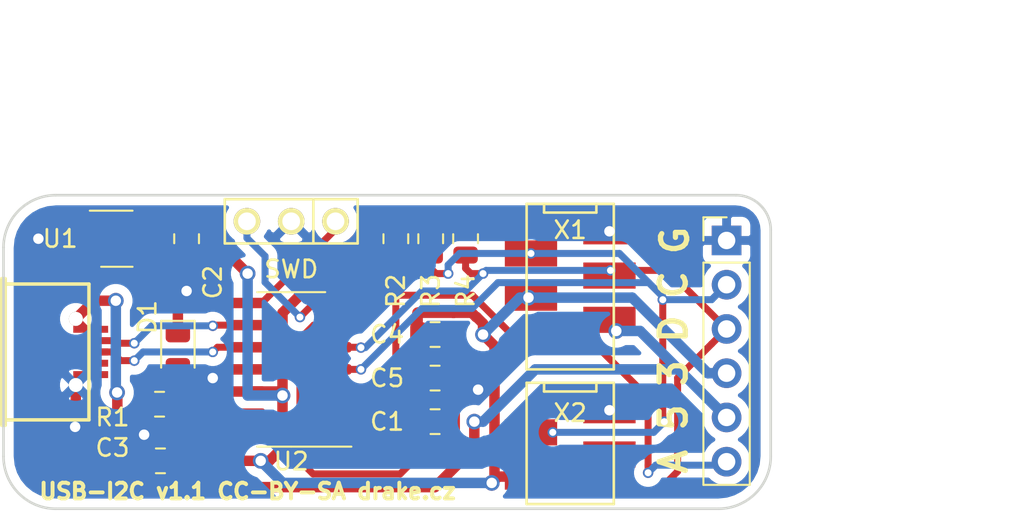
<source format=kicad_pcb>
(kicad_pcb (version 20171130) (host pcbnew 5.1.5+dfsg1-2build2)

  (general
    (thickness 1.6)
    (drawings 19)
    (tracks 220)
    (zones 0)
    (modules 17)
    (nets 19)
  )

  (page A4)
  (layers
    (0 F.Cu signal)
    (31 B.Cu signal)
    (32 B.Adhes user)
    (33 F.Adhes user)
    (34 B.Paste user)
    (35 F.Paste user)
    (36 B.SilkS user)
    (37 F.SilkS user)
    (38 B.Mask user)
    (39 F.Mask user)
    (40 Dwgs.User user)
    (41 Cmts.User user)
    (42 Eco1.User user)
    (43 Eco2.User user)
    (44 Edge.Cuts user)
    (45 Margin user)
    (46 B.CrtYd user)
    (47 F.CrtYd user)
    (48 B.Fab user hide)
    (49 F.Fab user hide)
  )

  (setup
    (last_trace_width 0.4)
    (user_trace_width 0.4)
    (trace_clearance 0.19)
    (zone_clearance 0.508)
    (zone_45_only no)
    (trace_min 0.2)
    (via_size 0.6)
    (via_drill 0.4)
    (via_min_size 0.4)
    (via_min_drill 0.3)
    (uvia_size 0.3)
    (uvia_drill 0.1)
    (uvias_allowed no)
    (uvia_min_size 0.2)
    (uvia_min_drill 0.1)
    (edge_width 0.15)
    (segment_width 0.2)
    (pcb_text_width 0.3)
    (pcb_text_size 1.5 1.5)
    (mod_edge_width 0.15)
    (mod_text_size 1 1)
    (mod_text_width 0.15)
    (pad_size 1.524 1.524)
    (pad_drill 0.762)
    (pad_to_mask_clearance 0.2)
    (solder_mask_min_width 0.25)
    (aux_axis_origin 0 0)
    (visible_elements FFFFFF7F)
    (pcbplotparams
      (layerselection 0x010f0_ffffffff)
      (usegerberextensions false)
      (usegerberattributes false)
      (usegerberadvancedattributes false)
      (creategerberjobfile false)
      (excludeedgelayer true)
      (linewidth 0.100000)
      (plotframeref false)
      (viasonmask false)
      (mode 1)
      (useauxorigin false)
      (hpglpennumber 1)
      (hpglpenspeed 20)
      (hpglpendiameter 15.000000)
      (psnegative false)
      (psa4output false)
      (plotreference true)
      (plotvalue true)
      (plotinvisibletext false)
      (padsonsilk false)
      (subtractmaskfromsilk false)
      (outputformat 1)
      (mirror false)
      (drillshape 0)
      (scaleselection 1)
      (outputdirectory "gerber/"))
  )

  (net 0 "")
  (net 1 "Net-(C1-Pad1)")
  (net 2 GND)
  (net 3 +3V3)
  (net 4 "Net-(D1-Pad2)")
  (net 5 +5V)
  (net 6 /USB_DM)
  (net 7 /USB_DP)
  (net 8 /SCL)
  (net 9 /SDA)
  (net 10 /ALERT)
  (net 11 /SWDIO)
  (net 12 /SWCLK)
  (net 13 "Net-(J1-Pad4)")
  (net 14 "Net-(U1-Pad4)")
  (net 15 "Net-(U2-Pad2)")
  (net 16 "Net-(U2-Pad3)")
  (net 17 "Net-(U2-Pad14)")
  (net 18 /LED)

  (net_class Default "This is the default net class."
    (clearance 0.19)
    (trace_width 0.4)
    (via_dia 0.6)
    (via_drill 0.4)
    (uvia_dia 0.3)
    (uvia_drill 0.1)
    (add_net /ALERT)
    (add_net /LED)
    (add_net /SCL)
    (add_net /SDA)
    (add_net /SWCLK)
    (add_net /SWDIO)
    (add_net /USB_DM)
    (add_net /USB_DP)
    (add_net "Net-(C1-Pad1)")
    (add_net "Net-(D1-Pad2)")
    (add_net "Net-(J1-Pad4)")
    (add_net "Net-(U1-Pad4)")
    (add_net "Net-(U2-Pad14)")
    (add_net "Net-(U2-Pad2)")
    (add_net "Net-(U2-Pad3)")
  )

  (net_class PWR ""
    (clearance 0.19)
    (trace_width 0.6)
    (via_dia 0.9)
    (via_drill 0.6)
    (uvia_dia 0.3)
    (uvia_drill 0.1)
    (add_net +3V3)
    (add_net +5V)
    (add_net GND)
  )

  (module Package_SO:SOIC-14_3.9x8.7mm_P1.27mm (layer F.Cu) (tedit 5D9F72B1) (tstamp 6040E2C5)
    (at 163.5 109 180)
    (descr "SOIC, 14 Pin (JEDEC MS-012AB, https://www.analog.com/media/en/package-pcb-resources/package/pkg_pdf/soic_narrow-r/r_14.pdf), generated with kicad-footprint-generator ipc_gullwing_generator.py")
    (tags "SOIC SO")
    (path /604144D9)
    (attr smd)
    (fp_text reference U2 (at 0 -5.28) (layer F.SilkS)
      (effects (font (size 1 1) (thickness 0.15)))
    )
    (fp_text value ATSAMD11C14A-SS (at 0 5.28) (layer F.Fab)
      (effects (font (size 1 1) (thickness 0.15)))
    )
    (fp_text user %R (at 0 0) (layer F.Fab)
      (effects (font (size 0.98 0.98) (thickness 0.15)))
    )
    (fp_line (start 3.7 -4.58) (end -3.7 -4.58) (layer F.CrtYd) (width 0.05))
    (fp_line (start 3.7 4.58) (end 3.7 -4.58) (layer F.CrtYd) (width 0.05))
    (fp_line (start -3.7 4.58) (end 3.7 4.58) (layer F.CrtYd) (width 0.05))
    (fp_line (start -3.7 -4.58) (end -3.7 4.58) (layer F.CrtYd) (width 0.05))
    (fp_line (start -1.95 -3.35) (end -0.975 -4.325) (layer F.Fab) (width 0.1))
    (fp_line (start -1.95 4.325) (end -1.95 -3.35) (layer F.Fab) (width 0.1))
    (fp_line (start 1.95 4.325) (end -1.95 4.325) (layer F.Fab) (width 0.1))
    (fp_line (start 1.95 -4.325) (end 1.95 4.325) (layer F.Fab) (width 0.1))
    (fp_line (start -0.975 -4.325) (end 1.95 -4.325) (layer F.Fab) (width 0.1))
    (fp_line (start 0 -4.435) (end -3.45 -4.435) (layer F.SilkS) (width 0.12))
    (fp_line (start 0 -4.435) (end 1.95 -4.435) (layer F.SilkS) (width 0.12))
    (fp_line (start 0 4.435) (end -1.95 4.435) (layer F.SilkS) (width 0.12))
    (fp_line (start 0 4.435) (end 1.95 4.435) (layer F.SilkS) (width 0.12))
    (pad 14 smd roundrect (at 2.475 -3.81 180) (size 1.95 0.6) (layers F.Cu F.Paste F.Mask) (roundrect_rratio 0.25)
      (net 17 "Net-(U2-Pad14)"))
    (pad 13 smd roundrect (at 2.475 -2.54 180) (size 1.95 0.6) (layers F.Cu F.Paste F.Mask) (roundrect_rratio 0.25)
      (net 18 /LED))
    (pad 12 smd roundrect (at 2.475 -1.27 180) (size 1.95 0.6) (layers F.Cu F.Paste F.Mask) (roundrect_rratio 0.25)
      (net 3 +3V3))
    (pad 11 smd roundrect (at 2.475 0 180) (size 1.95 0.6) (layers F.Cu F.Paste F.Mask) (roundrect_rratio 0.25)
      (net 2 GND))
    (pad 10 smd roundrect (at 2.475 1.27 180) (size 1.95 0.6) (layers F.Cu F.Paste F.Mask) (roundrect_rratio 0.25)
      (net 7 /USB_DP))
    (pad 9 smd roundrect (at 2.475 2.54 180) (size 1.95 0.6) (layers F.Cu F.Paste F.Mask) (roundrect_rratio 0.25)
      (net 6 /USB_DM))
    (pad 8 smd roundrect (at 2.475 3.81 180) (size 1.95 0.6) (layers F.Cu F.Paste F.Mask) (roundrect_rratio 0.25)
      (net 11 /SWDIO))
    (pad 7 smd roundrect (at -2.475 3.81 180) (size 1.95 0.6) (layers F.Cu F.Paste F.Mask) (roundrect_rratio 0.25)
      (net 12 /SWCLK))
    (pad 6 smd roundrect (at -2.475 2.54 180) (size 1.95 0.6) (layers F.Cu F.Paste F.Mask) (roundrect_rratio 0.25)
      (net 1 "Net-(C1-Pad1)"))
    (pad 5 smd roundrect (at -2.475 1.27 180) (size 1.95 0.6) (layers F.Cu F.Paste F.Mask) (roundrect_rratio 0.25)
      (net 9 /SDA))
    (pad 4 smd roundrect (at -2.475 0 180) (size 1.95 0.6) (layers F.Cu F.Paste F.Mask) (roundrect_rratio 0.25)
      (net 8 /SCL))
    (pad 3 smd roundrect (at -2.475 -1.27 180) (size 1.95 0.6) (layers F.Cu F.Paste F.Mask) (roundrect_rratio 0.25)
      (net 16 "Net-(U2-Pad3)"))
    (pad 2 smd roundrect (at -2.475 -2.54 180) (size 1.95 0.6) (layers F.Cu F.Paste F.Mask) (roundrect_rratio 0.25)
      (net 15 "Net-(U2-Pad2)"))
    (pad 1 smd roundrect (at -2.475 -3.81 180) (size 1.95 0.6) (layers F.Cu F.Paste F.Mask) (roundrect_rratio 0.25)
      (net 10 /ALERT))
    (model ${KISYS3DMOD}/Package_SO.3dshapes/SOIC-14_3.9x8.7mm_P1.27mm.wrl
      (at (xyz 0 0 0))
      (scale (xyz 1 1 1))
      (rotate (xyz 0 0 0))
    )
  )

  (module Drake:conn_usb_B_micro_smd-2 (layer F.Cu) (tedit 5CBF3AB5) (tstamp 5B731896)
    (at 149 108 270)
    (descr "USB B micro SMD connector with retention pins")
    (path /5B72E2E3)
    (fp_text reference J1 (at 0 -2 270) (layer F.SilkS) hide
      (effects (font (size 0.50038 0.50038) (thickness 0.09906)))
    )
    (fp_text value USB_OTG (at 3.5 6 270) (layer F.SilkS) hide
      (effects (font (size 0.50038 0.50038) (thickness 0.09906)))
    )
    (fp_line (start 3.8989 -2.90068) (end 3.8989 2.10058) (layer F.SilkS) (width 0.20066))
    (fp_line (start -3.8989 -2.90068) (end 3.8989 -2.90068) (layer F.SilkS) (width 0.20066))
    (fp_line (start -3.8989 2.10058) (end -3.8989 -2.90068) (layer F.SilkS) (width 0.20066))
    (fp_line (start -4.20116 1.89992) (end -4.20116 2.10058) (layer F.SilkS) (width 0.20066))
    (fp_line (start 4.20116 1.89992) (end -4.20116 1.89992) (layer F.SilkS) (width 0.20066))
    (fp_line (start 4.20116 2.10058) (end 4.20116 1.89992) (layer F.SilkS) (width 0.20066))
    (fp_line (start -4.20116 2.10058) (end 4.20116 2.10058) (layer F.SilkS) (width 0.20066))
    (fp_line (start -4.20116 1.99898) (end 4.20116 1.99898) (layer F.SilkS) (width 0.20066))
    (pad 1 thru_hole circle (at -1.89992 -2.14884 270) (size 0.79756 0.79756) (drill 0.79756) (layers *.Cu *.Mask F.SilkS)
      (net 5 +5V))
    (pad 5 thru_hole circle (at 1.89738 -2.1463 270) (size 0.79756 0.79756) (drill 0.79756) (layers *.Cu *.Mask F.SilkS)
      (net 2 GND))
    (pad 5 smd rect (at 1.30048 -3 270) (size 0.39878 2) (layers F.Cu F.Paste F.Mask)
      (net 2 GND))
    (pad 4 smd rect (at 0.6477 -3 270) (size 0.39878 2) (layers F.Cu F.Paste F.Mask)
      (net 13 "Net-(J1-Pad4)"))
    (pad 3 smd rect (at 0 -3 270) (size 0.39878 2) (layers F.Cu F.Paste F.Mask)
      (net 7 /USB_DP))
    (pad 2 smd rect (at -0.6477 -3 270) (size 0.39878 2) (layers F.Cu F.Paste F.Mask)
      (net 6 /USB_DM))
    (pad 1 smd rect (at -1.30048 -3 270) (size 0.39878 2) (layers F.Cu F.Paste F.Mask)
      (net 5 +5V))
    (pad 6 smd rect (at -3.9497 0 270) (size 1.89738 1.89738) (layers F.Cu F.Paste F.Mask)
      (net 2 GND))
    (pad 6 smd rect (at 3.9497 0 270) (size 1.89738 1.89738) (layers F.Cu F.Paste F.Mask)
      (net 2 GND))
    (pad 6 smd rect (at 1.19888 0 270) (size 1.89738 1.89738) (layers F.Cu F.Paste F.Mask)
      (net 2 GND))
    (pad 6 smd rect (at -1.19888 0 270) (size 1.89738 1.89738) (layers F.Cu F.Paste F.Mask)
      (net 2 GND))
    (model ${HW_KICAD}/footprints/conn_usb_B_micro_smd-2.step
      (at (xyz 0 0 0))
      (scale (xyz 1 1 1))
      (rotate (xyz 0 0 0))
    )
  )

  (module Drake:Micro-Match-FOB-6 (layer F.Cu) (tedit 0) (tstamp 5B7318F6)
    (at 179.5 104.25 270)
    (path /5B72E107)
    (fp_text reference X1 (at -3.25 0) (layer F.SilkS)
      (effects (font (size 1 1) (thickness 0.15)))
    )
    (fp_text value I2C-6P (at 0 -5 270) (layer F.Fab)
      (effects (font (size 1 1) (thickness 0.15)))
    )
    (fp_line (start -4.75 1.5) (end -4.25 1.5) (layer F.SilkS) (width 0.15))
    (fp_line (start -4.25 -1.5) (end -4.25 1.5) (layer F.SilkS) (width 0.15))
    (fp_line (start -4.75 -1.5) (end -4.25 -1.5) (layer F.SilkS) (width 0.15))
    (fp_line (start 4.75 -2.5) (end 4.75 2.5) (layer F.SilkS) (width 0.15))
    (fp_line (start -4.75 -2.5) (end -4.75 2.5) (layer F.SilkS) (width 0.15))
    (fp_line (start -4.75 2.5) (end 4.75 2.5) (layer F.SilkS) (width 0.15))
    (fp_line (start -4.75 -2.5) (end 4.75 -2.5) (layer F.SilkS) (width 0.15))
    (pad 6 smd rect (at 3.175 2.25 270) (size 1.5 3) (layers F.Cu F.Paste F.Mask)
      (net 10 /ALERT))
    (pad 5 smd rect (at 1.905 -2.25 270) (size 1.5 3) (layers F.Cu F.Paste F.Mask)
      (net 5 +5V))
    (pad 4 smd rect (at 0.635 2.25 270) (size 1.5 3) (layers F.Cu F.Paste F.Mask)
      (net 3 +3V3))
    (pad 3 smd rect (at -0.635 -2.25 270) (size 1.5 3) (layers F.Cu F.Paste F.Mask)
      (net 9 /SDA))
    (pad 2 smd rect (at -1.905 2.25 270) (size 1.5 3) (layers F.Cu F.Paste F.Mask)
      (net 8 /SCL))
    (pad 1 smd rect (at -3.175 -2.25 270) (size 1.5 3) (layers F.Cu F.Paste F.Mask)
      (net 2 GND))
    (model ${HW_KICAD}/footprints/Micro-Match-FOB-6.step
      (at (xyz 0 0 0))
      (scale (xyz 1 1 1))
      (rotate (xyz 0 0 0))
    )
  )

  (module Drake:Micro-Match-FOB-4 (layer F.Cu) (tedit 0) (tstamp 5B731905)
    (at 179.5 113.25 270)
    (path /5B72E168)
    (fp_text reference X2 (at -1.75 0) (layer F.SilkS)
      (effects (font (size 1 1) (thickness 0.15)))
    )
    (fp_text value I2C (at 0 -5 270) (layer F.Fab)
      (effects (font (size 1 1) (thickness 0.15)))
    )
    (fp_line (start -3.48 1.5) (end -2.98 1.5) (layer F.SilkS) (width 0.15))
    (fp_line (start -2.98 -1.5) (end -2.98 1.5) (layer F.SilkS) (width 0.15))
    (fp_line (start -3.48 -1.5) (end -2.98 -1.5) (layer F.SilkS) (width 0.15))
    (fp_line (start 3.48 -2.5) (end 3.48 2.5) (layer F.SilkS) (width 0.15))
    (fp_line (start -3.48 -2.5) (end -3.48 2.5) (layer F.SilkS) (width 0.15))
    (fp_line (start -3.48 2.5) (end 3.48 2.5) (layer F.SilkS) (width 0.15))
    (fp_line (start -3.48 -2.5) (end 3.48 -2.5) (layer F.SilkS) (width 0.15))
    (pad 4 smd rect (at 1.905 2.25 270) (size 1.5 3) (layers F.Cu F.Paste F.Mask)
      (net 3 +3V3))
    (pad 3 smd rect (at 0.635 -2.25 270) (size 1.5 3) (layers F.Cu F.Paste F.Mask)
      (net 9 /SDA))
    (pad 2 smd rect (at -0.635 2.25 270) (size 1.5 3) (layers F.Cu F.Paste F.Mask)
      (net 8 /SCL))
    (pad 1 smd rect (at -1.905 -2.25 270) (size 1.5 3) (layers F.Cu F.Paste F.Mask)
      (net 2 GND))
    (model ${HW_KICAD}/footprints/Micro-Match-FOB-4.step
      (at (xyz 0 0 0))
      (scale (xyz 1 1 1))
      (rotate (xyz 0 0 0))
    )
  )

  (module Drake:SWD (layer F.Cu) (tedit 56B33A4E) (tstamp 5B731911)
    (at 163.5 100.5 180)
    (path /5B72E3F4)
    (fp_text reference X3 (at 0 2.54 180) (layer F.SilkS) hide
      (effects (font (size 1 1) (thickness 0.15)))
    )
    (fp_text value SWD (at 0 -2.54 180) (layer F.Fab)
      (effects (font (size 1 1) (thickness 0.15)))
    )
    (fp_line (start -3.81 1.27) (end -3.81 -1.27) (layer F.SilkS) (width 0.15))
    (fp_line (start 3.81 1.27) (end -3.81 1.27) (layer F.SilkS) (width 0.15))
    (fp_line (start 3.81 -1.27) (end 3.81 1.27) (layer F.SilkS) (width 0.15))
    (fp_line (start -3.81 -1.27) (end 3.81 -1.27) (layer F.SilkS) (width 0.15))
    (fp_line (start -1.27 -1.27) (end -1.27 1.27) (layer F.SilkS) (width 0.15))
    (pad 3 thru_hole circle (at 2.54 0 180) (size 1.524 1.524) (drill 1.016) (layers *.Cu *.Mask F.SilkS)
      (net 12 /SWCLK))
    (pad 2 thru_hole circle (at 0 0 180) (size 1.524 1.524) (drill 1.016) (layers *.Cu *.Mask F.SilkS)
      (net 2 GND))
    (pad 1 thru_hole circle (at -2.54 0 180) (size 1.524 1.524) (drill 1.016) (layers *.Cu *.Mask F.SilkS)
      (net 11 /SWDIO))
  )

  (module Capacitor_SMD:C_0805_2012Metric (layer F.Cu) (tedit 5B36C52B) (tstamp 5CD48E15)
    (at 171.75 112)
    (descr "Capacitor SMD 0805 (2012 Metric), square (rectangular) end terminal, IPC_7351 nominal, (Body size source: https://docs.google.com/spreadsheets/d/1BsfQQcO9C6DZCsRaXUlFlo91Tg2WpOkGARC1WS5S8t0/edit?usp=sharing), generated with kicad-footprint-generator")
    (tags capacitor)
    (path /5B730B31)
    (attr smd)
    (fp_text reference C1 (at -2.75 0) (layer F.SilkS)
      (effects (font (size 1 1) (thickness 0.15)))
    )
    (fp_text value 100n (at 0 1.65) (layer F.Fab)
      (effects (font (size 1 1) (thickness 0.15)))
    )
    (fp_text user %R (at 0 0) (layer F.Fab)
      (effects (font (size 0.5 0.5) (thickness 0.08)))
    )
    (fp_line (start 1.68 0.95) (end -1.68 0.95) (layer F.CrtYd) (width 0.05))
    (fp_line (start 1.68 -0.95) (end 1.68 0.95) (layer F.CrtYd) (width 0.05))
    (fp_line (start -1.68 -0.95) (end 1.68 -0.95) (layer F.CrtYd) (width 0.05))
    (fp_line (start -1.68 0.95) (end -1.68 -0.95) (layer F.CrtYd) (width 0.05))
    (fp_line (start -0.258578 0.71) (end 0.258578 0.71) (layer F.SilkS) (width 0.12))
    (fp_line (start -0.258578 -0.71) (end 0.258578 -0.71) (layer F.SilkS) (width 0.12))
    (fp_line (start 1 0.6) (end -1 0.6) (layer F.Fab) (width 0.1))
    (fp_line (start 1 -0.6) (end 1 0.6) (layer F.Fab) (width 0.1))
    (fp_line (start -1 -0.6) (end 1 -0.6) (layer F.Fab) (width 0.1))
    (fp_line (start -1 0.6) (end -1 -0.6) (layer F.Fab) (width 0.1))
    (pad 2 smd roundrect (at 0.9375 0) (size 0.975 1.4) (layers F.Cu F.Paste F.Mask) (roundrect_rratio 0.25)
      (net 2 GND))
    (pad 1 smd roundrect (at -0.9375 0) (size 0.975 1.4) (layers F.Cu F.Paste F.Mask) (roundrect_rratio 0.25)
      (net 1 "Net-(C1-Pad1)"))
    (model ${KISYS3DMOD}/Capacitor_SMD.3dshapes/C_0805_2012Metric.wrl
      (at (xyz 0 0 0))
      (scale (xyz 1 1 1))
      (rotate (xyz 0 0 0))
    )
  )

  (module Capacitor_SMD:C_0805_2012Metric (layer F.Cu) (tedit 5B36C52B) (tstamp 6040FEC5)
    (at 157.5 101.5 270)
    (descr "Capacitor SMD 0805 (2012 Metric), square (rectangular) end terminal, IPC_7351 nominal, (Body size source: https://docs.google.com/spreadsheets/d/1BsfQQcO9C6DZCsRaXUlFlo91Tg2WpOkGARC1WS5S8t0/edit?usp=sharing), generated with kicad-footprint-generator")
    (tags capacitor)
    (path /5B731D86)
    (attr smd)
    (fp_text reference C2 (at 2.5 -1.5 270) (layer F.SilkS)
      (effects (font (size 1 1) (thickness 0.15)))
    )
    (fp_text value 1u (at 0 1.65 270) (layer F.Fab)
      (effects (font (size 1 1) (thickness 0.15)))
    )
    (fp_text user %R (at 0 0 270) (layer F.Fab)
      (effects (font (size 0.5 0.5) (thickness 0.08)))
    )
    (fp_line (start 1.68 0.95) (end -1.68 0.95) (layer F.CrtYd) (width 0.05))
    (fp_line (start 1.68 -0.95) (end 1.68 0.95) (layer F.CrtYd) (width 0.05))
    (fp_line (start -1.68 -0.95) (end 1.68 -0.95) (layer F.CrtYd) (width 0.05))
    (fp_line (start -1.68 0.95) (end -1.68 -0.95) (layer F.CrtYd) (width 0.05))
    (fp_line (start -0.258578 0.71) (end 0.258578 0.71) (layer F.SilkS) (width 0.12))
    (fp_line (start -0.258578 -0.71) (end 0.258578 -0.71) (layer F.SilkS) (width 0.12))
    (fp_line (start 1 0.6) (end -1 0.6) (layer F.Fab) (width 0.1))
    (fp_line (start 1 -0.6) (end 1 0.6) (layer F.Fab) (width 0.1))
    (fp_line (start -1 -0.6) (end 1 -0.6) (layer F.Fab) (width 0.1))
    (fp_line (start -1 0.6) (end -1 -0.6) (layer F.Fab) (width 0.1))
    (pad 2 smd roundrect (at 0.9375 0 270) (size 0.975 1.4) (layers F.Cu F.Paste F.Mask) (roundrect_rratio 0.25)
      (net 2 GND))
    (pad 1 smd roundrect (at -0.9375 0 270) (size 0.975 1.4) (layers F.Cu F.Paste F.Mask) (roundrect_rratio 0.25)
      (net 3 +3V3))
    (model ${KISYS3DMOD}/Capacitor_SMD.3dshapes/C_0805_2012Metric.wrl
      (at (xyz 0 0 0))
      (scale (xyz 1 1 1))
      (rotate (xyz 0 0 0))
    )
  )

  (module Capacitor_SMD:C_0805_2012Metric (layer F.Cu) (tedit 5B36C52B) (tstamp 5CD48E35)
    (at 156 114.25 180)
    (descr "Capacitor SMD 0805 (2012 Metric), square (rectangular) end terminal, IPC_7351 nominal, (Body size source: https://docs.google.com/spreadsheets/d/1BsfQQcO9C6DZCsRaXUlFlo91Tg2WpOkGARC1WS5S8t0/edit?usp=sharing), generated with kicad-footprint-generator")
    (tags capacitor)
    (path /5B72E37D)
    (attr smd)
    (fp_text reference C3 (at 2.75 0.75 180) (layer F.SilkS)
      (effects (font (size 1 1) (thickness 0.15)))
    )
    (fp_text value 100n (at 0 1.65 180) (layer F.Fab)
      (effects (font (size 1 1) (thickness 0.15)))
    )
    (fp_text user %R (at 0 0 180) (layer F.Fab)
      (effects (font (size 0.5 0.5) (thickness 0.08)))
    )
    (fp_line (start 1.68 0.95) (end -1.68 0.95) (layer F.CrtYd) (width 0.05))
    (fp_line (start 1.68 -0.95) (end 1.68 0.95) (layer F.CrtYd) (width 0.05))
    (fp_line (start -1.68 -0.95) (end 1.68 -0.95) (layer F.CrtYd) (width 0.05))
    (fp_line (start -1.68 0.95) (end -1.68 -0.95) (layer F.CrtYd) (width 0.05))
    (fp_line (start -0.258578 0.71) (end 0.258578 0.71) (layer F.SilkS) (width 0.12))
    (fp_line (start -0.258578 -0.71) (end 0.258578 -0.71) (layer F.SilkS) (width 0.12))
    (fp_line (start 1 0.6) (end -1 0.6) (layer F.Fab) (width 0.1))
    (fp_line (start 1 -0.6) (end 1 0.6) (layer F.Fab) (width 0.1))
    (fp_line (start -1 -0.6) (end 1 -0.6) (layer F.Fab) (width 0.1))
    (fp_line (start -1 0.6) (end -1 -0.6) (layer F.Fab) (width 0.1))
    (pad 2 smd roundrect (at 0.9375 0 180) (size 0.975 1.4) (layers F.Cu F.Paste F.Mask) (roundrect_rratio 0.25)
      (net 2 GND))
    (pad 1 smd roundrect (at -0.9375 0 180) (size 0.975 1.4) (layers F.Cu F.Paste F.Mask) (roundrect_rratio 0.25)
      (net 3 +3V3))
    (model ${KISYS3DMOD}/Capacitor_SMD.3dshapes/C_0805_2012Metric.wrl
      (at (xyz 0 0 0))
      (scale (xyz 1 1 1))
      (rotate (xyz 0 0 0))
    )
  )

  (module Capacitor_SMD:C_0805_2012Metric (layer F.Cu) (tedit 5B36C52B) (tstamp 5CD48E45)
    (at 171.75 107)
    (descr "Capacitor SMD 0805 (2012 Metric), square (rectangular) end terminal, IPC_7351 nominal, (Body size source: https://docs.google.com/spreadsheets/d/1BsfQQcO9C6DZCsRaXUlFlo91Tg2WpOkGARC1WS5S8t0/edit?usp=sharing), generated with kicad-footprint-generator")
    (tags capacitor)
    (path /5B73420C)
    (attr smd)
    (fp_text reference C4 (at -2.75 0) (layer F.SilkS)
      (effects (font (size 1 1) (thickness 0.15)))
    )
    (fp_text value 100n (at 0 1.65) (layer F.Fab)
      (effects (font (size 1 1) (thickness 0.15)))
    )
    (fp_text user %R (at 0 0) (layer F.Fab)
      (effects (font (size 0.5 0.5) (thickness 0.08)))
    )
    (fp_line (start 1.68 0.95) (end -1.68 0.95) (layer F.CrtYd) (width 0.05))
    (fp_line (start 1.68 -0.95) (end 1.68 0.95) (layer F.CrtYd) (width 0.05))
    (fp_line (start -1.68 -0.95) (end 1.68 -0.95) (layer F.CrtYd) (width 0.05))
    (fp_line (start -1.68 0.95) (end -1.68 -0.95) (layer F.CrtYd) (width 0.05))
    (fp_line (start -0.258578 0.71) (end 0.258578 0.71) (layer F.SilkS) (width 0.12))
    (fp_line (start -0.258578 -0.71) (end 0.258578 -0.71) (layer F.SilkS) (width 0.12))
    (fp_line (start 1 0.6) (end -1 0.6) (layer F.Fab) (width 0.1))
    (fp_line (start 1 -0.6) (end 1 0.6) (layer F.Fab) (width 0.1))
    (fp_line (start -1 -0.6) (end 1 -0.6) (layer F.Fab) (width 0.1))
    (fp_line (start -1 0.6) (end -1 -0.6) (layer F.Fab) (width 0.1))
    (pad 2 smd roundrect (at 0.9375 0) (size 0.975 1.4) (layers F.Cu F.Paste F.Mask) (roundrect_rratio 0.25)
      (net 2 GND))
    (pad 1 smd roundrect (at -0.9375 0) (size 0.975 1.4) (layers F.Cu F.Paste F.Mask) (roundrect_rratio 0.25)
      (net 3 +3V3))
    (model ${KISYS3DMOD}/Capacitor_SMD.3dshapes/C_0805_2012Metric.wrl
      (at (xyz 0 0 0))
      (scale (xyz 1 1 1))
      (rotate (xyz 0 0 0))
    )
  )

  (module Capacitor_SMD:C_0805_2012Metric (layer F.Cu) (tedit 5B36C52B) (tstamp 5CD48E55)
    (at 171.75 109.5)
    (descr "Capacitor SMD 0805 (2012 Metric), square (rectangular) end terminal, IPC_7351 nominal, (Body size source: https://docs.google.com/spreadsheets/d/1BsfQQcO9C6DZCsRaXUlFlo91Tg2WpOkGARC1WS5S8t0/edit?usp=sharing), generated with kicad-footprint-generator")
    (tags capacitor)
    (path /5B734255)
    (attr smd)
    (fp_text reference C5 (at -2.75 0) (layer F.SilkS)
      (effects (font (size 1 1) (thickness 0.15)))
    )
    (fp_text value 100n (at 0 1.65) (layer F.Fab)
      (effects (font (size 1 1) (thickness 0.15)))
    )
    (fp_text user %R (at 0 0) (layer F.Fab)
      (effects (font (size 0.5 0.5) (thickness 0.08)))
    )
    (fp_line (start 1.68 0.95) (end -1.68 0.95) (layer F.CrtYd) (width 0.05))
    (fp_line (start 1.68 -0.95) (end 1.68 0.95) (layer F.CrtYd) (width 0.05))
    (fp_line (start -1.68 -0.95) (end 1.68 -0.95) (layer F.CrtYd) (width 0.05))
    (fp_line (start -1.68 0.95) (end -1.68 -0.95) (layer F.CrtYd) (width 0.05))
    (fp_line (start -0.258578 0.71) (end 0.258578 0.71) (layer F.SilkS) (width 0.12))
    (fp_line (start -0.258578 -0.71) (end 0.258578 -0.71) (layer F.SilkS) (width 0.12))
    (fp_line (start 1 0.6) (end -1 0.6) (layer F.Fab) (width 0.1))
    (fp_line (start 1 -0.6) (end 1 0.6) (layer F.Fab) (width 0.1))
    (fp_line (start -1 -0.6) (end 1 -0.6) (layer F.Fab) (width 0.1))
    (fp_line (start -1 0.6) (end -1 -0.6) (layer F.Fab) (width 0.1))
    (pad 2 smd roundrect (at 0.9375 0) (size 0.975 1.4) (layers F.Cu F.Paste F.Mask) (roundrect_rratio 0.25)
      (net 2 GND))
    (pad 1 smd roundrect (at -0.9375 0) (size 0.975 1.4) (layers F.Cu F.Paste F.Mask) (roundrect_rratio 0.25)
      (net 3 +3V3))
    (model ${KISYS3DMOD}/Capacitor_SMD.3dshapes/C_0805_2012Metric.wrl
      (at (xyz 0 0 0))
      (scale (xyz 1 1 1))
      (rotate (xyz 0 0 0))
    )
  )

  (module LED_SMD:LED_0805_2012Metric (layer F.Cu) (tedit 5B36C52C) (tstamp 5CD48E65)
    (at 157 107.9 270)
    (descr "LED SMD 0805 (2012 Metric), square (rectangular) end terminal, IPC_7351 nominal, (Body size source: https://docs.google.com/spreadsheets/d/1BsfQQcO9C6DZCsRaXUlFlo91Tg2WpOkGARC1WS5S8t0/edit?usp=sharing), generated with kicad-footprint-generator")
    (tags diode)
    (path /5B730BFC)
    (attr smd)
    (fp_text reference D1 (at -1.9 1.75 270) (layer F.SilkS)
      (effects (font (size 1 1) (thickness 0.15)))
    )
    (fp_text value LED (at 0 1.65 270) (layer F.Fab)
      (effects (font (size 1 1) (thickness 0.15)))
    )
    (fp_text user %R (at 0 0 270) (layer F.Fab)
      (effects (font (size 0.5 0.5) (thickness 0.08)))
    )
    (fp_line (start 1.68 0.95) (end -1.68 0.95) (layer F.CrtYd) (width 0.05))
    (fp_line (start 1.68 -0.95) (end 1.68 0.95) (layer F.CrtYd) (width 0.05))
    (fp_line (start -1.68 -0.95) (end 1.68 -0.95) (layer F.CrtYd) (width 0.05))
    (fp_line (start -1.68 0.95) (end -1.68 -0.95) (layer F.CrtYd) (width 0.05))
    (fp_line (start -1.685 0.96) (end 1 0.96) (layer F.SilkS) (width 0.12))
    (fp_line (start -1.685 -0.96) (end -1.685 0.96) (layer F.SilkS) (width 0.12))
    (fp_line (start 1 -0.96) (end -1.685 -0.96) (layer F.SilkS) (width 0.12))
    (fp_line (start 1 0.6) (end 1 -0.6) (layer F.Fab) (width 0.1))
    (fp_line (start -1 0.6) (end 1 0.6) (layer F.Fab) (width 0.1))
    (fp_line (start -1 -0.3) (end -1 0.6) (layer F.Fab) (width 0.1))
    (fp_line (start -0.7 -0.6) (end -1 -0.3) (layer F.Fab) (width 0.1))
    (fp_line (start 1 -0.6) (end -0.7 -0.6) (layer F.Fab) (width 0.1))
    (pad 2 smd roundrect (at 0.9375 0 270) (size 0.975 1.4) (layers F.Cu F.Paste F.Mask) (roundrect_rratio 0.25)
      (net 4 "Net-(D1-Pad2)"))
    (pad 1 smd roundrect (at -0.9375 0 270) (size 0.975 1.4) (layers F.Cu F.Paste F.Mask) (roundrect_rratio 0.25)
      (net 2 GND))
    (model ${KISYS3DMOD}/LED_SMD.3dshapes/LED_0805_2012Metric.wrl
      (at (xyz 0 0 0))
      (scale (xyz 1 1 1))
      (rotate (xyz 0 0 0))
    )
  )

  (module Connector_PinHeader_2.54mm:PinHeader_1x06_P2.54mm_Vertical (layer F.Cu) (tedit 59FED5CC) (tstamp 5CD48E77)
    (at 188.468 101.6)
    (descr "Through hole straight pin header, 1x06, 2.54mm pitch, single row")
    (tags "Through hole pin header THT 1x06 2.54mm single row")
    (path /5B734769)
    (fp_text reference J2 (at 0 -2.33) (layer F.SilkS) hide
      (effects (font (size 1 1) (thickness 0.15)))
    )
    (fp_text value Conn_01x06 (at 0 15.03) (layer F.Fab)
      (effects (font (size 1 1) (thickness 0.15)))
    )
    (fp_text user %R (at 0 6.35 90) (layer F.Fab)
      (effects (font (size 1 1) (thickness 0.15)))
    )
    (fp_line (start 1.8 -1.8) (end -1.8 -1.8) (layer F.CrtYd) (width 0.05))
    (fp_line (start 1.8 14.5) (end 1.8 -1.8) (layer F.CrtYd) (width 0.05))
    (fp_line (start -1.8 14.5) (end 1.8 14.5) (layer F.CrtYd) (width 0.05))
    (fp_line (start -1.8 -1.8) (end -1.8 14.5) (layer F.CrtYd) (width 0.05))
    (fp_line (start -1.33 -1.33) (end 0 -1.33) (layer F.SilkS) (width 0.12))
    (fp_line (start -1.33 0) (end -1.33 -1.33) (layer F.SilkS) (width 0.12))
    (fp_line (start -1.33 1.27) (end 1.33 1.27) (layer F.SilkS) (width 0.12))
    (fp_line (start 1.33 1.27) (end 1.33 14.03) (layer F.SilkS) (width 0.12))
    (fp_line (start -1.33 1.27) (end -1.33 14.03) (layer F.SilkS) (width 0.12))
    (fp_line (start -1.33 14.03) (end 1.33 14.03) (layer F.SilkS) (width 0.12))
    (fp_line (start -1.27 -0.635) (end -0.635 -1.27) (layer F.Fab) (width 0.1))
    (fp_line (start -1.27 13.97) (end -1.27 -0.635) (layer F.Fab) (width 0.1))
    (fp_line (start 1.27 13.97) (end -1.27 13.97) (layer F.Fab) (width 0.1))
    (fp_line (start 1.27 -1.27) (end 1.27 13.97) (layer F.Fab) (width 0.1))
    (fp_line (start -0.635 -1.27) (end 1.27 -1.27) (layer F.Fab) (width 0.1))
    (pad 6 thru_hole oval (at 0 12.7) (size 1.7 1.7) (drill 1) (layers *.Cu *.Mask)
      (net 10 /ALERT))
    (pad 5 thru_hole oval (at 0 10.16) (size 1.7 1.7) (drill 1) (layers *.Cu *.Mask)
      (net 5 +5V))
    (pad 4 thru_hole oval (at 0 7.62) (size 1.7 1.7) (drill 1) (layers *.Cu *.Mask)
      (net 3 +3V3))
    (pad 3 thru_hole oval (at 0 5.08) (size 1.7 1.7) (drill 1) (layers *.Cu *.Mask)
      (net 9 /SDA))
    (pad 2 thru_hole oval (at 0 2.54) (size 1.7 1.7) (drill 1) (layers *.Cu *.Mask)
      (net 8 /SCL))
    (pad 1 thru_hole rect (at 0 0) (size 1.7 1.7) (drill 1) (layers *.Cu *.Mask)
      (net 2 GND))
    (model ${KISYS3DMOD}/Connector_PinHeader_2.54mm.3dshapes/PinHeader_1x06_P2.54mm_Vertical.wrl
      (at (xyz 0 0 0))
      (scale (xyz 1 1 1))
      (rotate (xyz 0 0 0))
    )
  )

  (module Resistor_SMD:R_0805_2012Metric (layer F.Cu) (tedit 5B36C52B) (tstamp 5CD48E90)
    (at 155.95 111 180)
    (descr "Resistor SMD 0805 (2012 Metric), square (rectangular) end terminal, IPC_7351 nominal, (Body size source: https://docs.google.com/spreadsheets/d/1BsfQQcO9C6DZCsRaXUlFlo91Tg2WpOkGARC1WS5S8t0/edit?usp=sharing), generated with kicad-footprint-generator")
    (tags resistor)
    (path /5B730C88)
    (attr smd)
    (fp_text reference R1 (at 2.7 -0.75 180) (layer F.SilkS)
      (effects (font (size 1 1) (thickness 0.15)))
    )
    (fp_text value 270R (at 0 1.65 180) (layer F.Fab)
      (effects (font (size 1 1) (thickness 0.15)))
    )
    (fp_text user %R (at 0 0 180) (layer F.Fab)
      (effects (font (size 0.5 0.5) (thickness 0.08)))
    )
    (fp_line (start 1.68 0.95) (end -1.68 0.95) (layer F.CrtYd) (width 0.05))
    (fp_line (start 1.68 -0.95) (end 1.68 0.95) (layer F.CrtYd) (width 0.05))
    (fp_line (start -1.68 -0.95) (end 1.68 -0.95) (layer F.CrtYd) (width 0.05))
    (fp_line (start -1.68 0.95) (end -1.68 -0.95) (layer F.CrtYd) (width 0.05))
    (fp_line (start -0.258578 0.71) (end 0.258578 0.71) (layer F.SilkS) (width 0.12))
    (fp_line (start -0.258578 -0.71) (end 0.258578 -0.71) (layer F.SilkS) (width 0.12))
    (fp_line (start 1 0.6) (end -1 0.6) (layer F.Fab) (width 0.1))
    (fp_line (start 1 -0.6) (end 1 0.6) (layer F.Fab) (width 0.1))
    (fp_line (start -1 -0.6) (end 1 -0.6) (layer F.Fab) (width 0.1))
    (fp_line (start -1 0.6) (end -1 -0.6) (layer F.Fab) (width 0.1))
    (pad 2 smd roundrect (at 0.9375 0 180) (size 0.975 1.4) (layers F.Cu F.Paste F.Mask) (roundrect_rratio 0.25)
      (net 4 "Net-(D1-Pad2)"))
    (pad 1 smd roundrect (at -0.9375 0 180) (size 0.975 1.4) (layers F.Cu F.Paste F.Mask) (roundrect_rratio 0.25)
      (net 18 /LED))
    (model ${KISYS3DMOD}/Resistor_SMD.3dshapes/R_0805_2012Metric.wrl
      (at (xyz 0 0 0))
      (scale (xyz 1 1 1))
      (rotate (xyz 0 0 0))
    )
  )

  (module Resistor_SMD:R_0805_2012Metric (layer F.Cu) (tedit 5B36C52B) (tstamp 5CD48EA0)
    (at 169.5 101.5 270)
    (descr "Resistor SMD 0805 (2012 Metric), square (rectangular) end terminal, IPC_7351 nominal, (Body size source: https://docs.google.com/spreadsheets/d/1BsfQQcO9C6DZCsRaXUlFlo91Tg2WpOkGARC1WS5S8t0/edit?usp=sharing), generated with kicad-footprint-generator")
    (tags resistor)
    (path /5B73138D)
    (attr smd)
    (fp_text reference R2 (at 3 0 270) (layer F.SilkS)
      (effects (font (size 1 1) (thickness 0.15)))
    )
    (fp_text value 4k7 (at 0 1.65 270) (layer F.Fab)
      (effects (font (size 1 1) (thickness 0.15)))
    )
    (fp_text user %R (at 0 0 270) (layer F.Fab)
      (effects (font (size 0.5 0.5) (thickness 0.08)))
    )
    (fp_line (start 1.68 0.95) (end -1.68 0.95) (layer F.CrtYd) (width 0.05))
    (fp_line (start 1.68 -0.95) (end 1.68 0.95) (layer F.CrtYd) (width 0.05))
    (fp_line (start -1.68 -0.95) (end 1.68 -0.95) (layer F.CrtYd) (width 0.05))
    (fp_line (start -1.68 0.95) (end -1.68 -0.95) (layer F.CrtYd) (width 0.05))
    (fp_line (start -0.258578 0.71) (end 0.258578 0.71) (layer F.SilkS) (width 0.12))
    (fp_line (start -0.258578 -0.71) (end 0.258578 -0.71) (layer F.SilkS) (width 0.12))
    (fp_line (start 1 0.6) (end -1 0.6) (layer F.Fab) (width 0.1))
    (fp_line (start 1 -0.6) (end 1 0.6) (layer F.Fab) (width 0.1))
    (fp_line (start -1 -0.6) (end 1 -0.6) (layer F.Fab) (width 0.1))
    (fp_line (start -1 0.6) (end -1 -0.6) (layer F.Fab) (width 0.1))
    (pad 2 smd roundrect (at 0.9375 0 270) (size 0.975 1.4) (layers F.Cu F.Paste F.Mask) (roundrect_rratio 0.25)
      (net 10 /ALERT))
    (pad 1 smd roundrect (at -0.9375 0 270) (size 0.975 1.4) (layers F.Cu F.Paste F.Mask) (roundrect_rratio 0.25)
      (net 3 +3V3))
    (model ${KISYS3DMOD}/Resistor_SMD.3dshapes/R_0805_2012Metric.wrl
      (at (xyz 0 0 0))
      (scale (xyz 1 1 1))
      (rotate (xyz 0 0 0))
    )
  )

  (module Resistor_SMD:R_0805_2012Metric (layer F.Cu) (tedit 5B36C52B) (tstamp 5CD48EB0)
    (at 171.5 101.5 270)
    (descr "Resistor SMD 0805 (2012 Metric), square (rectangular) end terminal, IPC_7351 nominal, (Body size source: https://docs.google.com/spreadsheets/d/1BsfQQcO9C6DZCsRaXUlFlo91Tg2WpOkGARC1WS5S8t0/edit?usp=sharing), generated with kicad-footprint-generator")
    (tags resistor)
    (path /5B72E818)
    (attr smd)
    (fp_text reference R3 (at 3 0 270) (layer F.SilkS)
      (effects (font (size 1 1) (thickness 0.15)))
    )
    (fp_text value 4k7 (at 0 1.65 270) (layer F.Fab)
      (effects (font (size 1 1) (thickness 0.15)))
    )
    (fp_text user %R (at 0 0 270) (layer F.Fab)
      (effects (font (size 0.5 0.5) (thickness 0.08)))
    )
    (fp_line (start 1.68 0.95) (end -1.68 0.95) (layer F.CrtYd) (width 0.05))
    (fp_line (start 1.68 -0.95) (end 1.68 0.95) (layer F.CrtYd) (width 0.05))
    (fp_line (start -1.68 -0.95) (end 1.68 -0.95) (layer F.CrtYd) (width 0.05))
    (fp_line (start -1.68 0.95) (end -1.68 -0.95) (layer F.CrtYd) (width 0.05))
    (fp_line (start -0.258578 0.71) (end 0.258578 0.71) (layer F.SilkS) (width 0.12))
    (fp_line (start -0.258578 -0.71) (end 0.258578 -0.71) (layer F.SilkS) (width 0.12))
    (fp_line (start 1 0.6) (end -1 0.6) (layer F.Fab) (width 0.1))
    (fp_line (start 1 -0.6) (end 1 0.6) (layer F.Fab) (width 0.1))
    (fp_line (start -1 -0.6) (end 1 -0.6) (layer F.Fab) (width 0.1))
    (fp_line (start -1 0.6) (end -1 -0.6) (layer F.Fab) (width 0.1))
    (pad 2 smd roundrect (at 0.9375 0 270) (size 0.975 1.4) (layers F.Cu F.Paste F.Mask) (roundrect_rratio 0.25)
      (net 8 /SCL))
    (pad 1 smd roundrect (at -0.9375 0 270) (size 0.975 1.4) (layers F.Cu F.Paste F.Mask) (roundrect_rratio 0.25)
      (net 3 +3V3))
    (model ${KISYS3DMOD}/Resistor_SMD.3dshapes/R_0805_2012Metric.wrl
      (at (xyz 0 0 0))
      (scale (xyz 1 1 1))
      (rotate (xyz 0 0 0))
    )
  )

  (module Resistor_SMD:R_0805_2012Metric (layer F.Cu) (tedit 5B36C52B) (tstamp 5CD48EC0)
    (at 173.5 101.5 270)
    (descr "Resistor SMD 0805 (2012 Metric), square (rectangular) end terminal, IPC_7351 nominal, (Body size source: https://docs.google.com/spreadsheets/d/1BsfQQcO9C6DZCsRaXUlFlo91Tg2WpOkGARC1WS5S8t0/edit?usp=sharing), generated with kicad-footprint-generator")
    (tags resistor)
    (path /5B72E79A)
    (attr smd)
    (fp_text reference R4 (at 3 0 270) (layer F.SilkS)
      (effects (font (size 1 1) (thickness 0.15)))
    )
    (fp_text value 4k7 (at 0 1.65 270) (layer F.Fab)
      (effects (font (size 1 1) (thickness 0.15)))
    )
    (fp_text user %R (at 0 0 270) (layer F.Fab)
      (effects (font (size 0.5 0.5) (thickness 0.08)))
    )
    (fp_line (start 1.68 0.95) (end -1.68 0.95) (layer F.CrtYd) (width 0.05))
    (fp_line (start 1.68 -0.95) (end 1.68 0.95) (layer F.CrtYd) (width 0.05))
    (fp_line (start -1.68 -0.95) (end 1.68 -0.95) (layer F.CrtYd) (width 0.05))
    (fp_line (start -1.68 0.95) (end -1.68 -0.95) (layer F.CrtYd) (width 0.05))
    (fp_line (start -0.258578 0.71) (end 0.258578 0.71) (layer F.SilkS) (width 0.12))
    (fp_line (start -0.258578 -0.71) (end 0.258578 -0.71) (layer F.SilkS) (width 0.12))
    (fp_line (start 1 0.6) (end -1 0.6) (layer F.Fab) (width 0.1))
    (fp_line (start 1 -0.6) (end 1 0.6) (layer F.Fab) (width 0.1))
    (fp_line (start -1 -0.6) (end 1 -0.6) (layer F.Fab) (width 0.1))
    (fp_line (start -1 0.6) (end -1 -0.6) (layer F.Fab) (width 0.1))
    (pad 2 smd roundrect (at 0.9375 0 270) (size 0.975 1.4) (layers F.Cu F.Paste F.Mask) (roundrect_rratio 0.25)
      (net 9 /SDA))
    (pad 1 smd roundrect (at -0.9375 0 270) (size 0.975 1.4) (layers F.Cu F.Paste F.Mask) (roundrect_rratio 0.25)
      (net 3 +3V3))
    (model ${KISYS3DMOD}/Resistor_SMD.3dshapes/R_0805_2012Metric.wrl
      (at (xyz 0 0 0))
      (scale (xyz 1 1 1))
      (rotate (xyz 0 0 0))
    )
  )

  (module Package_TO_SOT_SMD:SOT-23-5 (layer F.Cu) (tedit 5A02FF57) (tstamp 5CD48ED0)
    (at 153.5 101.5)
    (descr "5-pin SOT23 package")
    (tags SOT-23-5)
    (path /5B72E336)
    (attr smd)
    (fp_text reference U1 (at -3.25 0) (layer F.SilkS)
      (effects (font (size 1 1) (thickness 0.15)))
    )
    (fp_text value SPX3819 (at 0 2.9) (layer F.Fab)
      (effects (font (size 1 1) (thickness 0.15)))
    )
    (fp_line (start 0.9 -1.55) (end 0.9 1.55) (layer F.Fab) (width 0.1))
    (fp_line (start 0.9 1.55) (end -0.9 1.55) (layer F.Fab) (width 0.1))
    (fp_line (start -0.9 -0.9) (end -0.9 1.55) (layer F.Fab) (width 0.1))
    (fp_line (start 0.9 -1.55) (end -0.25 -1.55) (layer F.Fab) (width 0.1))
    (fp_line (start -0.9 -0.9) (end -0.25 -1.55) (layer F.Fab) (width 0.1))
    (fp_line (start -1.9 1.8) (end -1.9 -1.8) (layer F.CrtYd) (width 0.05))
    (fp_line (start 1.9 1.8) (end -1.9 1.8) (layer F.CrtYd) (width 0.05))
    (fp_line (start 1.9 -1.8) (end 1.9 1.8) (layer F.CrtYd) (width 0.05))
    (fp_line (start -1.9 -1.8) (end 1.9 -1.8) (layer F.CrtYd) (width 0.05))
    (fp_line (start 0.9 -1.61) (end -1.55 -1.61) (layer F.SilkS) (width 0.12))
    (fp_line (start -0.9 1.61) (end 0.9 1.61) (layer F.SilkS) (width 0.12))
    (fp_text user %R (at 0 0 90) (layer F.Fab)
      (effects (font (size 0.5 0.5) (thickness 0.075)))
    )
    (pad 5 smd rect (at 1.1 -0.95) (size 1.06 0.65) (layers F.Cu F.Paste F.Mask)
      (net 3 +3V3))
    (pad 4 smd rect (at 1.1 0.95) (size 1.06 0.65) (layers F.Cu F.Paste F.Mask)
      (net 14 "Net-(U1-Pad4)"))
    (pad 3 smd rect (at -1.1 0.95) (size 1.06 0.65) (layers F.Cu F.Paste F.Mask)
      (net 5 +5V))
    (pad 2 smd rect (at -1.1 0) (size 1.06 0.65) (layers F.Cu F.Paste F.Mask)
      (net 2 GND))
    (pad 1 smd rect (at -1.1 -0.95) (size 1.06 0.65) (layers F.Cu F.Paste F.Mask)
      (net 5 +5V))
    (model ${KISYS3DMOD}/Package_TO_SOT_SMD.3dshapes/SOT-23-5.wrl
      (at (xyz 0 0 0))
      (scale (xyz 1 1 1))
      (rotate (xyz 0 0 0))
    )
  )

  (gr_arc (start 150 114) (end 147 114) (angle -90) (layer Edge.Cuts) (width 0.15))
  (gr_arc (start 150 102) (end 150 99) (angle -90) (layer Edge.Cuts) (width 0.15))
  (gr_arc (start 188 114) (end 188 117) (angle -90) (layer Edge.Cuts) (width 0.15))
  (gr_arc (start 189 101) (end 191 101) (angle -90) (layer Edge.Cuts) (width 0.15))
  (gr_text "USB-I2C v1.1 CC-BY-SA drake.cz" (at 161 116) (layer F.SilkS)
    (effects (font (size 0.9 0.9) (thickness 0.225)))
  )
  (gr_text SWD (at 163.5 103.25) (layer F.SilkS)
    (effects (font (size 1 1) (thickness 0.15)))
  )
  (dimension 9 (width 0.3) (layer Dwgs.User)
    (gr_text "9,000 mm" (at 198.1 112.5 90) (layer Dwgs.User)
      (effects (font (size 1.5 1.5) (thickness 0.3)))
    )
    (feature1 (pts (xy 147 108) (xy 199.45 108)))
    (feature2 (pts (xy 147 117) (xy 199.45 117)))
    (crossbar (pts (xy 196.75 117) (xy 196.75 108)))
    (arrow1a (pts (xy 196.75 108) (xy 197.336421 109.126504)))
    (arrow1b (pts (xy 196.75 108) (xy 196.163579 109.126504)))
    (arrow2a (pts (xy 196.75 117) (xy 197.336421 115.873496)))
    (arrow2b (pts (xy 196.75 117) (xy 196.163579 115.873496)))
  )
  (dimension 44 (width 0.3) (layer Dwgs.User)
    (gr_text "44,000 mm" (at 169 89.650001) (layer Dwgs.User)
      (effects (font (size 1.5 1.5) (thickness 0.3)))
    )
    (feature1 (pts (xy 147 99) (xy 147 88.300001)))
    (feature2 (pts (xy 191 99) (xy 191 88.300001)))
    (crossbar (pts (xy 191 91.000001) (xy 147 91.000001)))
    (arrow1a (pts (xy 147 91.000001) (xy 148.126504 90.41358)))
    (arrow1b (pts (xy 147 91.000001) (xy 148.126504 91.586422)))
    (arrow2a (pts (xy 191 91.000001) (xy 189.873496 90.41358)))
    (arrow2b (pts (xy 191 91.000001) (xy 189.873496 91.586422)))
  )
  (dimension 18 (width 0.3) (layer Dwgs.User)
    (gr_text "18,000 mm" (at 202.85 108 90) (layer Dwgs.User)
      (effects (font (size 1.5 1.5) (thickness 0.3)))
    )
    (feature1 (pts (xy 191 99) (xy 204.2 99)))
    (feature2 (pts (xy 191 117) (xy 204.2 117)))
    (crossbar (pts (xy 201.5 117) (xy 201.5 99)))
    (arrow1a (pts (xy 201.5 99) (xy 202.086421 100.126504)))
    (arrow1b (pts (xy 201.5 99) (xy 200.913579 100.126504)))
    (arrow2a (pts (xy 201.5 117) (xy 202.086421 115.873496)))
    (arrow2b (pts (xy 201.5 117) (xy 200.913579 115.873496)))
  )
  (gr_line (start 150 99) (end 189 99) (layer Edge.Cuts) (width 0.15))
  (gr_line (start 147 114) (end 147 102) (layer Edge.Cuts) (width 0.15))
  (gr_line (start 188 117) (end 150 117) (layer Edge.Cuts) (width 0.15))
  (gr_line (start 191 101) (end 191 114) (layer Edge.Cuts) (width 0.15))
  (gr_text A (at 185.42 114.3 90) (layer F.SilkS) (tstamp 5B731AFD)
    (effects (font (size 1.5 1.5) (thickness 0.3)))
  )
  (gr_text 5 (at 185.42 111.76 90) (layer F.SilkS) (tstamp 5B731AFC)
    (effects (font (size 1.5 1.5) (thickness 0.3)))
  )
  (gr_text 3 (at 185.42 109.22 90) (layer F.SilkS) (tstamp 5B731AFB)
    (effects (font (size 1.5 1.5) (thickness 0.3)))
  )
  (gr_text D (at 185.42 106.68 90) (layer F.SilkS) (tstamp 5B731AFA)
    (effects (font (size 1.5 1.5) (thickness 0.3)))
  )
  (gr_text C (at 185.42 104.14 90) (layer F.SilkS) (tstamp 5B731AF9)
    (effects (font (size 1.5 1.5) (thickness 0.3)))
  )
  (gr_text G (at 185.5 101.6 90) (layer F.SilkS)
    (effects (font (size 1.5 1.5) (thickness 0.3)))
  )

  (segment (start 164 107.25) (end 164.79 106.46) (width 0.4) (layer F.Cu) (net 1))
  (segment (start 164 114.25) (end 164 107.25) (width 0.4) (layer F.Cu) (net 1))
  (segment (start 164.75 115) (end 164 114.25) (width 0.4) (layer F.Cu) (net 1))
  (segment (start 169.75 115) (end 164.75 115) (width 0.4) (layer F.Cu) (net 1))
  (segment (start 164.79 106.46) (end 165.975 106.46) (width 0.4) (layer F.Cu) (net 1))
  (segment (start 170.8125 113.9375) (end 169.75 115) (width 0.4) (layer F.Cu) (net 1))
  (segment (start 170.8125 112) (end 170.8125 113.9375) (width 0.4) (layer F.Cu) (net 1))
  (segment (start 151.1463 112.260533) (end 151.106974 112.299859) (width 0.6) (layer F.Cu) (net 2))
  (segment (start 151.1463 109.89738) (end 151.1463 112.260533) (width 0.6) (layer F.Cu) (net 2))
  (via (at 151.106974 112.299859) (size 0.9) (drill 0.6) (layers F.Cu B.Cu) (net 2))
  (segment (start 174.217576 109.867576) (end 174.217576 110.164688) (width 0.6) (layer F.Cu) (net 2))
  (segment (start 173.85 109.5) (end 174.217576 109.867576) (width 0.6) (layer F.Cu) (net 2))
  (segment (start 172.75 109.5) (end 173.85 109.5) (width 0.6) (layer F.Cu) (net 2))
  (via (at 174.217576 110.164688) (size 0.9) (drill 0.6) (layers F.Cu B.Cu) (net 2))
  (segment (start 157.5 102.5) (end 157.5 104.5) (width 0.6) (layer F.Cu) (net 2))
  (via (at 157.5 104.5) (size 0.9) (drill 0.6) (layers F.Cu B.Cu) (net 2))
  (segment (start 157 105) (end 157.5 104.5) (width 0.6) (layer F.Cu) (net 2))
  (segment (start 157 106.8) (end 157 105) (width 0.6) (layer F.Cu) (net 2))
  (segment (start 152 109.30048) (end 151.7432 109.30048) (width 0.4) (layer F.Cu) (net 2))
  (segment (start 151.7432 109.30048) (end 151.1463 109.89738) (width 0.4) (layer F.Cu) (net 2))
  (via (at 181.75 101.075) (size 0.9) (drill 0.6) (layers F.Cu B.Cu) (net 2))
  (via (at 181.75 111.345) (size 0.9) (drill 0.6) (layers F.Cu B.Cu) (net 2))
  (segment (start 172.75 109.5) (end 172.75 112) (width 0.6) (layer F.Cu) (net 2))
  (segment (start 172.75 107) (end 172.75 109.5) (width 0.6) (layer F.Cu) (net 2))
  (segment (start 152.19 101.5) (end 149 101.5) (width 0.6) (layer F.Cu) (net 2))
  (segment (start 149 104.0503) (end 149 101.5) (width 0.6) (layer F.Cu) (net 2))
  (via (at 149 101.5) (size 0.9) (drill 0.6) (layers F.Cu B.Cu) (net 2))
  (segment (start 149 106.80112) (end 149 104.0503) (width 0.6) (layer F.Cu) (net 2))
  (segment (start 149 109.19888) (end 149 106.80112) (width 0.6) (layer F.Cu) (net 2))
  (segment (start 149 111.9497) (end 149 109.19888) (width 0.6) (layer F.Cu) (net 2))
  (segment (start 161.025 109) (end 159.5 109) (width 0.6) (layer F.Cu) (net 2))
  (via (at 159 109.5) (size 0.9) (drill 0.6) (layers F.Cu B.Cu) (net 2))
  (segment (start 159.5 109) (end 159 109.5) (width 0.6) (layer F.Cu) (net 2))
  (segment (start 155.0625 114.25) (end 155.0625 112.75) (width 0.6) (layer F.Cu) (net 2))
  (via (at 155.0625 112.75) (size 0.9) (drill 0.6) (layers F.Cu B.Cu) (net 2))
  (segment (start 188.468 109.22) (end 187.392855 109.22) (width 0.6) (layer B.Cu) (net 3))
  (segment (start 187.392855 109.22) (end 183.05475 104.881895) (width 0.6) (layer B.Cu) (net 3))
  (segment (start 183.05475 104.881895) (end 177.743547 104.881895) (width 0.6) (layer B.Cu) (net 3))
  (segment (start 177.743547 104.881895) (end 177.107151 104.881895) (width 0.6) (layer B.Cu) (net 3))
  (segment (start 174.106362 106.000487) (end 174.136883 106.000487) (width 0.6) (layer F.Cu) (net 3))
  (segment (start 174.136883 106.000487) (end 174.5 106.363604) (width 0.6) (layer F.Cu) (net 3))
  (segment (start 174.5 106.363604) (end 174.5 107) (width 0.6) (layer F.Cu) (net 3))
  (segment (start 172.800312 105.75) (end 173.855875 105.75) (width 0.6) (layer F.Cu) (net 3))
  (segment (start 173.855875 105.75) (end 174.106362 106.000487) (width 0.6) (layer F.Cu) (net 3))
  (segment (start 170.747376 105.75) (end 172.800312 105.75) (width 0.6) (layer F.Cu) (net 3))
  (segment (start 172.800312 105.75) (end 172.807208 105.756896) (width 0.6) (layer F.Cu) (net 3))
  (segment (start 176.611806 114.516806) (end 177.25 115.155) (width 0.6) (layer F.Cu) (net 3))
  (segment (start 170.747376 105.75) (end 170.75 105.747376) (width 0.6) (layer F.Cu) (net 3))
  (via (at 177.107151 104.881895) (size 0.9) (drill 0.6) (layers F.Cu B.Cu) (net 3))
  (segment (start 174.5 107) (end 174.518394 106.981606) (width 0.6) (layer F.Cu) (net 3))
  (via (at 174.5 107) (size 0.9) (drill 0.6) (layers F.Cu B.Cu) (net 3))
  (segment (start 170.75 107) (end 170.75 105.747376) (width 0.6) (layer F.Cu) (net 3))
  (segment (start 170.75 105.747376) (end 170.747837 105.745213) (width 0.6) (layer F.Cu) (net 3))
  (segment (start 170.75 107) (end 170.75 109.5) (width 0.6) (layer F.Cu) (net 3))
  (segment (start 171.5 100.55) (end 169.5 100.55) (width 0.6) (layer F.Cu) (net 3))
  (segment (start 173.5 100.55) (end 171.5 100.55) (width 0.6) (layer F.Cu) (net 3))
  (segment (start 154.81 100.55) (end 157.45 100.55) (width 0.6) (layer F.Cu) (net 3))
  (segment (start 169.5 100.55) (end 169.2 100.55) (width 0.6) (layer F.Cu) (net 3))
  (segment (start 157.5 100.5625) (end 158.0625 100.5625) (width 0.6) (layer F.Cu) (net 3))
  (via (at 161 103.5) (size 0.9) (drill 0.6) (layers F.Cu B.Cu) (net 3))
  (segment (start 158.0625 100.5625) (end 161 103.5) (width 0.6) (layer F.Cu) (net 3))
  (segment (start 161 110.5) (end 163 110.5) (width 0.6) (layer B.Cu) (net 3))
  (segment (start 161 103.5) (end 161 110.5) (width 0.6) (layer B.Cu) (net 3))
  (via (at 163 110.5) (size 0.9) (drill 0.6) (layers F.Cu B.Cu) (net 3))
  (segment (start 162.77 110.27) (end 163 110.5) (width 0.6) (layer F.Cu) (net 3))
  (segment (start 161.025 110.27) (end 162.77 110.27) (width 0.6) (layer F.Cu) (net 3))
  (segment (start 162.25 114.25) (end 163 113.5) (width 0.6) (layer F.Cu) (net 3))
  (segment (start 163 113.5) (end 163 110.5) (width 0.6) (layer F.Cu) (net 3))
  (segment (start 157 114.25) (end 162.25 114.25) (width 0.6) (layer F.Cu) (net 3))
  (segment (start 168.1875 100.5625) (end 169.5 100.5625) (width 0.6) (layer F.Cu) (net 3))
  (segment (start 163 105.75) (end 168.1875 100.5625) (width 0.6) (layer F.Cu) (net 3))
  (segment (start 163 110.5) (end 163 105.75) (width 0.6) (layer F.Cu) (net 3))
  (via (at 161.75 114.25) (size 0.9) (drill 0.6) (layers F.Cu B.Cu) (net 3))
  (segment (start 176.618105 104.881895) (end 177.107151 104.881895) (width 0.6) (layer B.Cu) (net 3))
  (segment (start 174.5 107) (end 176.618105 104.881895) (width 0.6) (layer B.Cu) (net 3))
  (segment (start 163.018483 115.518483) (end 161.75 114.25) (width 0.6) (layer B.Cu) (net 3))
  (segment (start 175 115.518483) (end 163.018483 115.518483) (width 0.6) (layer B.Cu) (net 3))
  (via (at 175 115.518483) (size 0.9) (drill 0.6) (layers F.Cu B.Cu) (net 3))
  (segment (start 175.363483 115.155) (end 175 115.518483) (width 0.6) (layer F.Cu) (net 3))
  (segment (start 177.25 115.155) (end 175.363483 115.155) (width 0.6) (layer F.Cu) (net 3))
  (segment (start 175.157586 115.360897) (end 175 115.518483) (width 0.6) (layer F.Cu) (net 3))
  (segment (start 175.157586 107.650617) (end 175.157586 115.360897) (width 0.6) (layer F.Cu) (net 3))
  (segment (start 174.508483 107.001514) (end 175.157586 107.650617) (width 0.6) (layer F.Cu) (net 3))
  (segment (start 157 109) (end 155.5 109) (width 0.4) (layer F.Cu) (net 4))
  (segment (start 155.5 109) (end 155 109.5) (width 0.4) (layer F.Cu) (net 4))
  (segment (start 155 109.5) (end 155 111) (width 0.4) (layer F.Cu) (net 4))
  (segment (start 153.44108 110.252328) (end 153.513161 110.324409) (width 0.6) (layer B.Cu) (net 5))
  (segment (start 153.44108 105.05892) (end 153.44108 110.252328) (width 0.6) (layer B.Cu) (net 5))
  (via (at 153.513161 110.324409) (size 0.9) (drill 0.6) (layers F.Cu B.Cu) (net 5))
  (segment (start 152.19 100.55) (end 153.324367 100.55) (width 0.6) (layer F.Cu) (net 5))
  (segment (start 153.324367 100.55) (end 153.336735 100.537632) (width 0.6) (layer F.Cu) (net 5))
  (segment (start 153.336735 100.537632) (end 153.5 100.700897) (width 0.6) (layer F.Cu) (net 5))
  (segment (start 153.5 100.700897) (end 153.5 102.35) (width 0.6) (layer F.Cu) (net 5))
  (segment (start 153.5 102.35) (end 153.4 102.45) (width 0.6) (layer F.Cu) (net 5))
  (segment (start 153.4 102.45) (end 152.19 102.45) (width 0.6) (layer F.Cu) (net 5))
  (segment (start 188.468 111.76) (end 185.708 109) (width 0.6) (layer B.Cu) (net 5))
  (segment (start 185.708 109) (end 183.503662 106.795662) (width 0.6) (layer B.Cu) (net 5))
  (via (at 153.44108 105.05892) (size 0.9) (drill 0.6) (layers F.Cu B.Cu) (net 5))
  (segment (start 152.19 105.05892) (end 153.44108 105.05892) (width 0.6) (layer F.Cu) (net 5))
  (via (at 182.141879 106.795662) (size 0.9) (drill 0.6) (layers F.Cu B.Cu) (net 5))
  (segment (start 182.778275 106.795662) (end 182.141879 106.795662) (width 0.6) (layer B.Cu) (net 5))
  (segment (start 183.503662 106.795662) (end 182.778275 106.795662) (width 0.6) (layer B.Cu) (net 5))
  (segment (start 152.19 102.45) (end 152.19 105.05892) (width 0.6) (layer F.Cu) (net 5))
  (segment (start 152.19 105.05892) (end 151.14884 106.10008) (width 0.6) (layer F.Cu) (net 5))
  (segment (start 152 106.69952) (end 151.74828 106.69952) (width 0.4) (layer F.Cu) (net 5))
  (segment (start 151.74828 106.69952) (end 151.14884 106.10008) (width 0.4) (layer F.Cu) (net 5))
  (segment (start 153.528014 110.342292) (end 153.500939 110.315217) (width 0.6) (layer F.Cu) (net 5))
  (segment (start 153.528014 114.96286) (end 153.528014 110.342292) (width 0.6) (layer F.Cu) (net 5))
  (segment (start 154.324517 115.759363) (end 153.528014 114.96286) (width 0.6) (layer F.Cu) (net 5))
  (segment (start 171.740637 115.759363) (end 154.324517 115.759363) (width 0.6) (layer F.Cu) (net 5))
  (segment (start 174 112) (end 174 113.5) (width 0.6) (layer F.Cu) (net 5))
  (segment (start 177.5 109) (end 185.708 109) (width 0.6) (layer B.Cu) (net 5))
  (segment (start 174 113.5) (end 171.740637 115.759363) (width 0.6) (layer F.Cu) (net 5))
  (segment (start 174 112) (end 174.5 112) (width 0.6) (layer B.Cu) (net 5))
  (segment (start 174.5 112) (end 177.5 109) (width 0.6) (layer B.Cu) (net 5))
  (via (at 174 112) (size 0.9) (drill 0.6) (layers F.Cu B.Cu) (net 5))
  (segment (start 153.5477 107.5) (end 154.5 107.5) (width 0.4) (layer F.Cu) (net 6))
  (via (at 154.5 107.5) (size 0.6) (drill 0.4) (layers F.Cu B.Cu) (net 6))
  (segment (start 153.4 107.3523) (end 153.5477 107.5) (width 0.4) (layer F.Cu) (net 6))
  (segment (start 152 107.3523) (end 153.4 107.3523) (width 0.4) (layer F.Cu) (net 6))
  (segment (start 155.5 106.5) (end 159 106.5) (width 0.4) (layer B.Cu) (net 6))
  (segment (start 154.5 107.5) (end 155.5 106.5) (width 0.4) (layer B.Cu) (net 6))
  (via (at 159 106.5) (size 0.6) (drill 0.4) (layers F.Cu B.Cu) (net 6))
  (segment (start 159.04 106.46) (end 159 106.5) (width 0.4) (layer F.Cu) (net 6))
  (segment (start 161.025 106.46) (end 159.04 106.46) (width 0.4) (layer F.Cu) (net 6))
  (via (at 154.5 108.5) (size 0.6) (drill 0.4) (layers F.Cu B.Cu) (net 7))
  (segment (start 152 108) (end 153.213299 108) (width 0.4) (layer F.Cu) (net 7))
  (segment (start 153.213299 108) (end 153.713299 108.5) (width 0.4) (layer F.Cu) (net 7))
  (segment (start 153.713299 108.5) (end 154.075736 108.5) (width 0.4) (layer F.Cu) (net 7))
  (segment (start 154.075736 108.5) (end 154.5 108.5) (width 0.4) (layer F.Cu) (net 7))
  (segment (start 155 108) (end 159 108) (width 0.4) (layer B.Cu) (net 7))
  (segment (start 154.5 108.5) (end 155 108) (width 0.4) (layer B.Cu) (net 7))
  (via (at 159 108) (size 0.6) (drill 0.4) (layers F.Cu B.Cu) (net 7))
  (segment (start 159.27 107.73) (end 159 108) (width 0.4) (layer F.Cu) (net 7))
  (segment (start 161.025 107.73) (end 159.27 107.73) (width 0.4) (layer F.Cu) (net 7))
  (segment (start 172.5 103) (end 173.155 102.345) (width 0.4) (layer B.Cu) (net 8))
  (segment (start 173.155 102.345) (end 177.25 102.345) (width 0.4) (layer B.Cu) (net 8))
  (segment (start 172.5 103.5) (end 172.5 103) (width 0.4) (layer B.Cu) (net 8))
  (segment (start 171.8 103.5) (end 172.5 103.5) (width 0.4) (layer F.Cu) (net 8))
  (via (at 172.5 103.5) (size 0.6) (drill 0.4) (layers F.Cu B.Cu) (net 8))
  (segment (start 171.5 102.45) (end 171.5 103.2) (width 0.4) (layer F.Cu) (net 8))
  (segment (start 171.5 103.2) (end 171.8 103.5) (width 0.4) (layer F.Cu) (net 8))
  (via (at 177.25 102.345) (size 0.6) (drill 0.4) (layers F.Cu B.Cu) (net 8))
  (segment (start 167.5 109) (end 165.975 109) (width 0.4) (layer F.Cu) (net 8))
  (via (at 167.5 109) (size 0.6) (drill 0.4) (layers F.Cu B.Cu) (net 8))
  (via (at 178.5 112.615) (size 0.6) (drill 0.4) (layers F.Cu B.Cu) (net 8))
  (segment (start 184.287594 112.615) (end 178.5 112.615) (width 0.4) (layer B.Cu) (net 8))
  (segment (start 184.896781 112.005813) (end 184.287594 112.615) (width 0.4) (layer B.Cu) (net 8))
  (segment (start 184.896781 112) (end 184.896781 112.005813) (width 0.4) (layer B.Cu) (net 8))
  (via (at 184.896781 112) (size 0.6) (drill 0.4) (layers F.Cu B.Cu) (net 8))
  (segment (start 175.355284 104.019716) (end 184 104.019716) (width 0.4) (layer B.Cu) (net 8))
  (segment (start 173.875 105.5) (end 175.355284 104.019716) (width 0.4) (layer B.Cu) (net 8))
  (segment (start 171 105.5) (end 173.875 105.5) (width 0.4) (layer B.Cu) (net 8))
  (segment (start 167.5 109) (end 171 105.5) (width 0.4) (layer B.Cu) (net 8))
  (segment (start 184.807481 111.9107) (end 184.896781 112) (width 0.4) (layer F.Cu) (net 8))
  (segment (start 184.807481 105) (end 184.807481 111.9107) (width 0.4) (layer F.Cu) (net 8))
  (via (at 184.807481 105) (size 0.6) (drill 0.4) (layers F.Cu B.Cu) (net 8))
  (segment (start 184.807481 104.827197) (end 184 104.019716) (width 0.4) (layer B.Cu) (net 8))
  (segment (start 184.807481 105) (end 184.807481 104.827197) (width 0.4) (layer B.Cu) (net 8))
  (segment (start 182.325284 102.345) (end 184 104.019716) (width 0.4) (layer B.Cu) (net 8))
  (segment (start 177.25 102.345) (end 182.325284 102.345) (width 0.4) (layer B.Cu) (net 8))
  (segment (start 187.608 105) (end 188.468 104.14) (width 0.4) (layer B.Cu) (net 8))
  (segment (start 184.807481 105) (end 187.608 105) (width 0.4) (layer B.Cu) (net 8))
  (segment (start 174.5 103.5) (end 174.5 103.491058) (width 0.4) (layer B.Cu) (net 9))
  (segment (start 174.5 103.491058) (end 174.671445 103.319613) (width 0.4) (layer B.Cu) (net 9))
  (segment (start 174.671445 103.319613) (end 181.80999 103.319613) (width 0.4) (layer B.Cu) (net 9))
  (segment (start 185.107613 103.319613) (end 182.234254 103.319613) (width 0.4) (layer F.Cu) (net 9))
  (segment (start 188.468 106.68) (end 185.107613 103.319613) (width 0.4) (layer F.Cu) (net 9))
  (via (at 181.80999 103.319613) (size 0.6) (drill 0.4) (layers F.Cu B.Cu) (net 9))
  (segment (start 182.234254 103.319613) (end 181.80999 103.319613) (width 0.4) (layer F.Cu) (net 9))
  (segment (start 187.618001 107.529999) (end 188.468 106.68) (width 0.4) (layer F.Cu) (net 9))
  (segment (start 185.658718 114.862486) (end 185.658718 109.489282) (width 0.4) (layer F.Cu) (net 9))
  (segment (start 184.331202 116.190002) (end 185.658718 114.862486) (width 0.4) (layer F.Cu) (net 9))
  (segment (start 181.75 115.035) (end 182.905002 116.190002) (width 0.4) (layer F.Cu) (net 9))
  (segment (start 182.905002 116.190002) (end 184.331202 116.190002) (width 0.4) (layer F.Cu) (net 9))
  (segment (start 181.75 113.885) (end 181.75 115.035) (width 0.4) (layer F.Cu) (net 9))
  (segment (start 185.658718 109.489282) (end 187.618001 107.529999) (width 0.4) (layer F.Cu) (net 9))
  (segment (start 173.8 103.5) (end 174.5 103.5) (width 0.4) (layer F.Cu) (net 9))
  (via (at 174.5 103.5) (size 0.6) (drill 0.4) (layers F.Cu B.Cu) (net 9))
  (segment (start 173.5 102.45) (end 173.5 103.2) (width 0.4) (layer F.Cu) (net 9))
  (segment (start 173.5 103.2) (end 173.8 103.5) (width 0.4) (layer F.Cu) (net 9))
  (segment (start 167.48 107.73) (end 165.975 107.73) (width 0.4) (layer F.Cu) (net 9))
  (segment (start 167.5 107.75) (end 167.48 107.73) (width 0.4) (layer F.Cu) (net 9))
  (via (at 167.5 107.75) (size 0.6) (drill 0.4) (layers F.Cu B.Cu) (net 9))
  (segment (start 173.5 104.5) (end 174.5 103.5) (width 0.4) (layer B.Cu) (net 9))
  (segment (start 171 104.5) (end 173.5 104.5) (width 0.4) (layer B.Cu) (net 9))
  (segment (start 167.75 107.75) (end 171 104.5) (width 0.4) (layer B.Cu) (net 9))
  (segment (start 167.5 107.75) (end 167.75 107.75) (width 0.4) (layer B.Cu) (net 9))
  (segment (start 183.966291 114.510659) (end 183.966291 114.934923) (width 0.4) (layer F.Cu) (net 10))
  (segment (start 183.966291 110.609289) (end 183.966291 114.510659) (width 0.4) (layer F.Cu) (net 10))
  (segment (start 177.25 107.425) (end 180.782002 107.425) (width 0.4) (layer F.Cu) (net 10))
  (segment (start 180.782002 107.425) (end 183.966291 110.609289) (width 0.4) (layer F.Cu) (net 10))
  (via (at 183.966291 114.934923) (size 0.6) (drill 0.4) (layers F.Cu B.Cu) (net 10))
  (segment (start 173.89014 104.742711) (end 176.572429 107.425) (width 0.4) (layer F.Cu) (net 10))
  (segment (start 169.507289 104.742711) (end 173.89014 104.742711) (width 0.4) (layer F.Cu) (net 10))
  (segment (start 169.5 104.75) (end 169.507289 104.742711) (width 0.4) (layer F.Cu) (net 10))
  (segment (start 176.572429 107.425) (end 177.25 107.425) (width 0.4) (layer F.Cu) (net 10))
  (segment (start 169.5 102.45) (end 169.5 104.75) (width 0.4) (layer F.Cu) (net 10))
  (segment (start 169.5 104.75) (end 169.5 111.75) (width 0.4) (layer F.Cu) (net 10))
  (segment (start 169.5 111.75) (end 168.44 112.81) (width 0.4) (layer F.Cu) (net 10))
  (segment (start 165.975 112.81) (end 168.44 112.81) (width 0.4) (layer F.Cu) (net 10))
  (segment (start 184.26629 114.634924) (end 183.966291 114.934923) (width 0.4) (layer B.Cu) (net 10))
  (segment (start 184.401214 114.5) (end 184.26629 114.634924) (width 0.4) (layer B.Cu) (net 10))
  (segment (start 188.268 114.5) (end 184.401214 114.5) (width 0.4) (layer B.Cu) (net 10))
  (segment (start 188.468 114.3) (end 188.268 114.5) (width 0.4) (layer B.Cu) (net 10))
  (segment (start 161.81 105.19) (end 166.04 100.96) (width 0.4) (layer F.Cu) (net 11))
  (segment (start 166.04 100.96) (end 166.04 100.5) (width 0.4) (layer F.Cu) (net 11))
  (segment (start 161.025 105.19) (end 161.81 105.19) (width 0.4) (layer F.Cu) (net 11))
  (segment (start 161.2 100.74) (end 160.96 100.5) (width 0.4) (layer F.Cu) (net 12))
  (segment (start 164.81 105.19) (end 165.975 105.19) (width 0.4) (layer F.Cu) (net 12))
  (segment (start 164 106) (end 164.81 105.19) (width 0.4) (layer F.Cu) (net 12))
  (segment (start 160.96 101.46) (end 160.96 100.5) (width 0.4) (layer B.Cu) (net 12))
  (segment (start 162 102.5) (end 160.96 101.46) (width 0.4) (layer B.Cu) (net 12))
  (segment (start 162 104) (end 162 102.5) (width 0.4) (layer B.Cu) (net 12))
  (segment (start 164 106) (end 162 104) (width 0.4) (layer B.Cu) (net 12))
  (via (at 164 106) (size 0.6) (drill 0.4) (layers F.Cu B.Cu) (net 12))
  (segment (start 157.1 111.2) (end 156.9 111) (width 0.4) (layer F.Cu) (net 18))
  (segment (start 158.5 111.2) (end 157.1 111.2) (width 0.4) (layer F.Cu) (net 18))
  (segment (start 158.84 111.54) (end 158.5 111.2) (width 0.4) (layer F.Cu) (net 18))
  (segment (start 161.025 111.54) (end 158.84 111.54) (width 0.4) (layer F.Cu) (net 18))

  (zone (net 2) (net_name GND) (layer B.Cu) (tstamp 6041600D) (hatch edge 0.508)
    (connect_pads (clearance 0.508))
    (min_thickness 0.254)
    (fill yes (arc_segments 16) (thermal_gap 0.508) (thermal_bridge_width 0.508))
    (polygon
      (pts
        (xy 147 99) (xy 191 99) (xy 191 117) (xy 147 117)
      )
    )
    (filled_polygon
      (pts
        (xy 159.721995 99.838273) (xy 159.616686 100.09251) (xy 159.563 100.362408) (xy 159.563 100.637592) (xy 159.616686 100.90749)
        (xy 159.721995 101.161727) (xy 159.87488 101.390535) (xy 160.069465 101.58512) (xy 160.139598 101.631981) (xy 160.184828 101.781086)
        (xy 160.262364 101.926145) (xy 160.366709 102.053291) (xy 160.398579 102.079446) (xy 160.760513 102.441381) (xy 160.683517 102.456696)
        (xy 160.48606 102.538485) (xy 160.308353 102.657225) (xy 160.157225 102.808353) (xy 160.038485 102.98606) (xy 159.956696 103.183517)
        (xy 159.915 103.393137) (xy 159.915 103.606863) (xy 159.956696 103.816483) (xy 160.038485 104.01394) (xy 160.065 104.053623)
        (xy 160.065001 110.454058) (xy 160.060476 110.5) (xy 160.078529 110.683292) (xy 160.131993 110.85954) (xy 160.218814 111.021972)
        (xy 160.335656 111.164344) (xy 160.478028 111.281186) (xy 160.64046 111.368007) (xy 160.816708 111.421471) (xy 160.954068 111.435)
        (xy 161 111.439524) (xy 161.045932 111.435) (xy 162.446377 111.435) (xy 162.48606 111.461515) (xy 162.683517 111.543304)
        (xy 162.893137 111.585) (xy 163.106863 111.585) (xy 163.316483 111.543304) (xy 163.51394 111.461515) (xy 163.691647 111.342775)
        (xy 163.842775 111.191647) (xy 163.961515 111.01394) (xy 164.043304 110.816483) (xy 164.085 110.606863) (xy 164.085 110.393137)
        (xy 164.043304 110.183517) (xy 163.961515 109.98606) (xy 163.842775 109.808353) (xy 163.691647 109.657225) (xy 163.51394 109.538485)
        (xy 163.316483 109.456696) (xy 163.106863 109.415) (xy 162.893137 109.415) (xy 162.683517 109.456696) (xy 162.48606 109.538485)
        (xy 162.446377 109.565) (xy 161.935 109.565) (xy 161.935 107.657911) (xy 166.565 107.657911) (xy 166.565 107.842089)
        (xy 166.600932 108.022729) (xy 166.671414 108.192889) (xy 166.773738 108.346028) (xy 166.80271 108.375) (xy 166.773738 108.403972)
        (xy 166.671414 108.557111) (xy 166.600932 108.727271) (xy 166.565 108.907911) (xy 166.565 109.092089) (xy 166.600932 109.272729)
        (xy 166.671414 109.442889) (xy 166.773738 109.596028) (xy 166.903972 109.726262) (xy 167.057111 109.828586) (xy 167.227271 109.899068)
        (xy 167.407911 109.935) (xy 167.592089 109.935) (xy 167.772729 109.899068) (xy 167.942889 109.828586) (xy 168.096028 109.726262)
        (xy 168.226262 109.596028) (xy 168.328586 109.442889) (xy 168.392655 109.288213) (xy 171.345868 106.335) (xy 173.63942 106.335)
        (xy 173.538485 106.48606) (xy 173.456696 106.683517) (xy 173.415 106.893137) (xy 173.415 107.106863) (xy 173.456696 107.316483)
        (xy 173.538485 107.51394) (xy 173.657225 107.691647) (xy 173.808353 107.842775) (xy 173.98606 107.961515) (xy 174.183517 108.043304)
        (xy 174.393137 108.085) (xy 174.606863 108.085) (xy 174.816483 108.043304) (xy 175.01394 107.961515) (xy 175.191647 107.842775)
        (xy 175.342775 107.691647) (xy 175.461515 107.51394) (xy 175.543304 107.316483) (xy 175.552615 107.269674) (xy 176.879433 105.942856)
        (xy 177.000288 105.966895) (xy 177.214014 105.966895) (xy 177.423634 105.925199) (xy 177.621091 105.84341) (xy 177.660774 105.816895)
        (xy 181.669589 105.816895) (xy 181.627939 105.834147) (xy 181.450232 105.952887) (xy 181.299104 106.104015) (xy 181.180364 106.281722)
        (xy 181.098575 106.479179) (xy 181.056879 106.688799) (xy 181.056879 106.902525) (xy 181.098575 107.112145) (xy 181.180364 107.309602)
        (xy 181.299104 107.487309) (xy 181.450232 107.638437) (xy 181.627939 107.757177) (xy 181.825396 107.838966) (xy 182.035016 107.880662)
        (xy 182.248742 107.880662) (xy 182.458362 107.838966) (xy 182.655819 107.757177) (xy 182.695502 107.730662) (xy 183.116373 107.730662)
        (xy 183.450711 108.065) (xy 177.545935 108.065) (xy 177.5 108.060476) (xy 177.316708 108.078528) (xy 177.140459 108.131993)
        (xy 177.08388 108.162235) (xy 176.978028 108.218814) (xy 176.835656 108.335656) (xy 176.80637 108.371341) (xy 174.236854 110.940857)
        (xy 174.106863 110.915) (xy 173.893137 110.915) (xy 173.683517 110.956696) (xy 173.48606 111.038485) (xy 173.308353 111.157225)
        (xy 173.157225 111.308353) (xy 173.038485 111.48606) (xy 172.956696 111.683517) (xy 172.915 111.893137) (xy 172.915 112.106863)
        (xy 172.956696 112.316483) (xy 173.038485 112.51394) (xy 173.157225 112.691647) (xy 173.308353 112.842775) (xy 173.48606 112.961515)
        (xy 173.683517 113.043304) (xy 173.893137 113.085) (xy 174.106863 113.085) (xy 174.316483 113.043304) (xy 174.51394 112.961515)
        (xy 174.554952 112.934112) (xy 174.683292 112.921471) (xy 174.85954 112.868007) (xy 175.021972 112.781186) (xy 175.164344 112.664344)
        (xy 175.19363 112.628659) (xy 175.299378 112.522911) (xy 177.565 112.522911) (xy 177.565 112.707089) (xy 177.600932 112.887729)
        (xy 177.671414 113.057889) (xy 177.773738 113.211028) (xy 177.903972 113.341262) (xy 178.057111 113.443586) (xy 178.227271 113.514068)
        (xy 178.407911 113.55) (xy 178.592089 113.55) (xy 178.772729 113.514068) (xy 178.927404 113.45) (xy 184.246576 113.45)
        (xy 184.287594 113.45404) (xy 184.328612 113.45) (xy 184.328613 113.45) (xy 184.451283 113.437918) (xy 184.608681 113.390172)
        (xy 184.75374 113.312636) (xy 184.880885 113.208291) (xy 184.907039 113.176422) (xy 185.194918 112.888544) (xy 185.33967 112.828586)
        (xy 185.492809 112.726262) (xy 185.623043 112.596028) (xy 185.725367 112.442889) (xy 185.795849 112.272729) (xy 185.831781 112.092089)
        (xy 185.831781 111.907911) (xy 185.795849 111.727271) (xy 185.725367 111.557111) (xy 185.623043 111.403972) (xy 185.492809 111.273738)
        (xy 185.33967 111.171414) (xy 185.16951 111.100932) (xy 184.98887 111.065) (xy 184.804692 111.065) (xy 184.624052 111.100932)
        (xy 184.453892 111.171414) (xy 184.300753 111.273738) (xy 184.170519 111.403972) (xy 184.068195 111.557111) (xy 184.000017 111.721709)
        (xy 183.941726 111.78) (xy 178.927404 111.78) (xy 178.772729 111.715932) (xy 178.592089 111.68) (xy 178.407911 111.68)
        (xy 178.227271 111.715932) (xy 178.057111 111.786414) (xy 177.903972 111.888738) (xy 177.773738 112.018972) (xy 177.671414 112.172111)
        (xy 177.600932 112.342271) (xy 177.565 112.522911) (xy 175.299378 112.522911) (xy 177.887289 109.935) (xy 185.320711 109.935)
        (xy 186.985729 111.600019) (xy 186.983 111.61374) (xy 186.983 111.90626) (xy 187.040068 112.193158) (xy 187.15201 112.463411)
        (xy 187.314525 112.706632) (xy 187.521368 112.913475) (xy 187.69576 113.03) (xy 187.521368 113.146525) (xy 187.314525 113.353368)
        (xy 187.15201 113.596589) (xy 187.123673 113.665) (xy 184.442221 113.665) (xy 184.401213 113.660961) (xy 184.360205 113.665)
        (xy 184.360195 113.665) (xy 184.237525 113.677082) (xy 184.080127 113.724828) (xy 183.935068 113.802364) (xy 183.807923 113.906709)
        (xy 183.781768 113.938579) (xy 183.704867 114.01548) (xy 183.704861 114.015485) (xy 183.678077 114.042269) (xy 183.523402 114.106337)
        (xy 183.370263 114.208661) (xy 183.240029 114.338895) (xy 183.137705 114.492034) (xy 183.067223 114.662194) (xy 183.031291 114.842834)
        (xy 183.031291 115.027012) (xy 183.067223 115.207652) (xy 183.137705 115.377812) (xy 183.240029 115.530951) (xy 183.370263 115.661185)
        (xy 183.523402 115.763509) (xy 183.693562 115.833991) (xy 183.874202 115.869923) (xy 184.05838 115.869923) (xy 184.23902 115.833991)
        (xy 184.40918 115.763509) (xy 184.562319 115.661185) (xy 184.692553 115.530951) (xy 184.794877 115.377812) (xy 184.81261 115.335)
        (xy 187.402893 115.335) (xy 187.521368 115.453475) (xy 187.764589 115.61599) (xy 188.034842 115.727932) (xy 188.32174 115.785)
        (xy 188.61426 115.785) (xy 188.901158 115.727932) (xy 189.171411 115.61599) (xy 189.414632 115.453475) (xy 189.621475 115.246632)
        (xy 189.78399 115.003411) (xy 189.895932 114.733158) (xy 189.953 114.44626) (xy 189.953 114.15374) (xy 189.895932 113.866842)
        (xy 189.78399 113.596589) (xy 189.621475 113.353368) (xy 189.414632 113.146525) (xy 189.24024 113.03) (xy 189.414632 112.913475)
        (xy 189.621475 112.706632) (xy 189.78399 112.463411) (xy 189.895932 112.193158) (xy 189.953 111.90626) (xy 189.953 111.61374)
        (xy 189.895932 111.326842) (xy 189.78399 111.056589) (xy 189.621475 110.813368) (xy 189.414632 110.606525) (xy 189.24024 110.49)
        (xy 189.414632 110.373475) (xy 189.621475 110.166632) (xy 189.78399 109.923411) (xy 189.895932 109.653158) (xy 189.953 109.36626)
        (xy 189.953 109.07374) (xy 189.895932 108.786842) (xy 189.78399 108.516589) (xy 189.621475 108.273368) (xy 189.414632 108.066525)
        (xy 189.24024 107.95) (xy 189.414632 107.833475) (xy 189.621475 107.626632) (xy 189.78399 107.383411) (xy 189.895932 107.113158)
        (xy 189.953 106.82626) (xy 189.953 106.53374) (xy 189.895932 106.246842) (xy 189.78399 105.976589) (xy 189.621475 105.733368)
        (xy 189.414632 105.526525) (xy 189.24024 105.41) (xy 189.414632 105.293475) (xy 189.621475 105.086632) (xy 189.78399 104.843411)
        (xy 189.895932 104.573158) (xy 189.953 104.28626) (xy 189.953 103.99374) (xy 189.895932 103.706842) (xy 189.78399 103.436589)
        (xy 189.621475 103.193368) (xy 189.48962 103.061513) (xy 189.56218 103.039502) (xy 189.672494 102.980537) (xy 189.769185 102.901185)
        (xy 189.848537 102.804494) (xy 189.907502 102.69418) (xy 189.943812 102.574482) (xy 189.956072 102.45) (xy 189.953 101.88575)
        (xy 189.79425 101.727) (xy 188.595 101.727) (xy 188.595 101.747) (xy 188.341 101.747) (xy 188.341 101.727)
        (xy 187.14175 101.727) (xy 186.983 101.88575) (xy 186.979928 102.45) (xy 186.992188 102.574482) (xy 187.028498 102.69418)
        (xy 187.087463 102.804494) (xy 187.166815 102.901185) (xy 187.263506 102.980537) (xy 187.37382 103.039502) (xy 187.44638 103.061513)
        (xy 187.314525 103.193368) (xy 187.15201 103.436589) (xy 187.040068 103.706842) (xy 186.983 103.99374) (xy 186.983 104.165)
        (xy 185.326153 104.165) (xy 184.619445 103.458294) (xy 184.593291 103.426425) (xy 184.561426 103.400275) (xy 182.94473 101.783579)
        (xy 182.918575 101.751709) (xy 182.79143 101.647364) (xy 182.646371 101.569828) (xy 182.488973 101.522082) (xy 182.366303 101.51)
        (xy 182.366302 101.51) (xy 182.325284 101.50596) (xy 182.284266 101.51) (xy 177.677404 101.51) (xy 177.522729 101.445932)
        (xy 177.342089 101.41) (xy 177.157911 101.41) (xy 176.977271 101.445932) (xy 176.822596 101.51) (xy 173.196018 101.51)
        (xy 173.155 101.50596) (xy 172.991311 101.522082) (xy 172.833913 101.569828) (xy 172.688854 101.647364) (xy 172.594464 101.724828)
        (xy 172.561709 101.751709) (xy 172.535563 101.783569) (xy 171.938573 102.380559) (xy 171.90671 102.406709) (xy 171.880562 102.438571)
        (xy 171.802364 102.533855) (xy 171.778485 102.578529) (xy 171.724828 102.678913) (xy 171.677082 102.836311) (xy 171.670418 102.903972)
        (xy 171.66096 103) (xy 171.665 103.041018) (xy 171.665 103.072596) (xy 171.600932 103.227271) (xy 171.565 103.407911)
        (xy 171.565 103.592089) (xy 171.579503 103.665) (xy 171.041018 103.665) (xy 170.999999 103.66096) (xy 170.958981 103.665)
        (xy 170.836311 103.677082) (xy 170.678913 103.724828) (xy 170.533854 103.802364) (xy 170.406709 103.906709) (xy 170.380561 103.938571)
        (xy 167.504133 106.815) (xy 167.407911 106.815) (xy 167.227271 106.850932) (xy 167.057111 106.921414) (xy 166.903972 107.023738)
        (xy 166.773738 107.153972) (xy 166.671414 107.307111) (xy 166.600932 107.477271) (xy 166.565 107.657911) (xy 161.935 107.657911)
        (xy 161.935 105.115867) (xy 163.107346 106.288214) (xy 163.171414 106.442889) (xy 163.273738 106.596028) (xy 163.403972 106.726262)
        (xy 163.557111 106.828586) (xy 163.727271 106.899068) (xy 163.907911 106.935) (xy 164.092089 106.935) (xy 164.272729 106.899068)
        (xy 164.442889 106.828586) (xy 164.596028 106.726262) (xy 164.726262 106.596028) (xy 164.828586 106.442889) (xy 164.899068 106.272729)
        (xy 164.935 106.092089) (xy 164.935 105.907911) (xy 164.899068 105.727271) (xy 164.828586 105.557111) (xy 164.726262 105.403972)
        (xy 164.596028 105.273738) (xy 164.442889 105.171414) (xy 164.288214 105.107346) (xy 162.835 103.654133) (xy 162.835 102.541018)
        (xy 162.83904 102.499999) (xy 162.822918 102.336311) (xy 162.775172 102.178913) (xy 162.697636 102.033854) (xy 162.64123 101.965123)
        (xy 162.593291 101.906709) (xy 162.561426 101.880558) (xy 162.146433 101.465565) (xy 162.71404 101.465565) (xy 162.78102 101.705656)
        (xy 163.030048 101.822756) (xy 163.297135 101.889023) (xy 163.572017 101.90191) (xy 163.844133 101.860922) (xy 164.103023 101.767636)
        (xy 164.21898 101.705656) (xy 164.28596 101.465565) (xy 163.5 100.679605) (xy 162.71404 101.465565) (xy 162.146433 101.465565)
        (xy 162.055647 101.37478) (xy 162.198005 101.161727) (xy 162.227692 101.090057) (xy 162.232364 101.103023) (xy 162.294344 101.21898)
        (xy 162.534435 101.28596) (xy 163.320395 100.5) (xy 163.306253 100.485858) (xy 163.485858 100.306253) (xy 163.5 100.320395)
        (xy 163.514143 100.306253) (xy 163.693748 100.485858) (xy 163.679605 100.5) (xy 164.465565 101.28596) (xy 164.705656 101.21898)
        (xy 164.769485 101.08324) (xy 164.801995 101.161727) (xy 164.95488 101.390535) (xy 165.149465 101.58512) (xy 165.378273 101.738005)
        (xy 165.63251 101.843314) (xy 165.902408 101.897) (xy 166.177592 101.897) (xy 166.44749 101.843314) (xy 166.701727 101.738005)
        (xy 166.930535 101.58512) (xy 167.12512 101.390535) (xy 167.278005 101.161727) (xy 167.383314 100.90749) (xy 167.41464 100.75)
        (xy 186.979928 100.75) (xy 186.983 101.31425) (xy 187.14175 101.473) (xy 188.341 101.473) (xy 188.341 100.27375)
        (xy 188.595 100.27375) (xy 188.595 101.473) (xy 189.79425 101.473) (xy 189.953 101.31425) (xy 189.956072 100.75)
        (xy 189.943812 100.625518) (xy 189.907502 100.50582) (xy 189.848537 100.395506) (xy 189.769185 100.298815) (xy 189.672494 100.219463)
        (xy 189.56218 100.160498) (xy 189.442482 100.124188) (xy 189.318 100.111928) (xy 188.75375 100.115) (xy 188.595 100.27375)
        (xy 188.341 100.27375) (xy 188.18225 100.115) (xy 187.618 100.111928) (xy 187.493518 100.124188) (xy 187.37382 100.160498)
        (xy 187.263506 100.219463) (xy 187.166815 100.298815) (xy 187.087463 100.395506) (xy 187.028498 100.50582) (xy 186.992188 100.625518)
        (xy 186.979928 100.75) (xy 167.41464 100.75) (xy 167.437 100.637592) (xy 167.437 100.362408) (xy 167.383314 100.09251)
        (xy 167.278005 99.838273) (xy 167.192296 99.71) (xy 188.965279 99.71) (xy 189.249899 99.737907) (xy 189.490285 99.810484)
        (xy 189.711991 99.928368) (xy 189.906577 100.087068) (xy 190.066635 100.280545) (xy 190.186064 100.501424) (xy 190.260317 100.741297)
        (xy 190.29 101.023716) (xy 190.290001 113.965269) (xy 190.243048 114.444133) (xy 190.114063 114.871353) (xy 189.904554 115.265384)
        (xy 189.622501 115.611214) (xy 189.278651 115.895672) (xy 188.886093 116.107927) (xy 188.459788 116.239891) (xy 187.983036 116.29)
        (xy 175.762905 116.29) (xy 175.842775 116.21013) (xy 175.961515 116.032423) (xy 176.043304 115.834966) (xy 176.085 115.625346)
        (xy 176.085 115.41162) (xy 176.043304 115.202) (xy 175.961515 115.004543) (xy 175.842775 114.826836) (xy 175.691647 114.675708)
        (xy 175.51394 114.556968) (xy 175.316483 114.475179) (xy 175.106863 114.433483) (xy 174.893137 114.433483) (xy 174.683517 114.475179)
        (xy 174.48606 114.556968) (xy 174.446377 114.583483) (xy 163.405772 114.583483) (xy 162.802615 113.980326) (xy 162.793304 113.933517)
        (xy 162.711515 113.73606) (xy 162.592775 113.558353) (xy 162.441647 113.407225) (xy 162.26394 113.288485) (xy 162.066483 113.206696)
        (xy 161.856863 113.165) (xy 161.643137 113.165) (xy 161.433517 113.206696) (xy 161.23606 113.288485) (xy 161.058353 113.407225)
        (xy 160.907225 113.558353) (xy 160.788485 113.73606) (xy 160.706696 113.933517) (xy 160.665 114.143137) (xy 160.665 114.356863)
        (xy 160.706696 114.566483) (xy 160.788485 114.76394) (xy 160.907225 114.941647) (xy 161.058353 115.092775) (xy 161.23606 115.211515)
        (xy 161.433517 115.293304) (xy 161.480326 115.302615) (xy 162.324853 116.147142) (xy 162.354139 116.182827) (xy 162.484729 116.29)
        (xy 150.034721 116.29) (xy 149.555867 116.243048) (xy 149.128647 116.114063) (xy 148.734616 115.904554) (xy 148.388786 115.622501)
        (xy 148.104328 115.278651) (xy 147.892073 114.886093) (xy 147.760109 114.459788) (xy 147.71 113.983036) (xy 147.71 110.602945)
        (xy 150.62034 110.602945) (xy 150.643045 110.806117) (xy 150.830001 110.886836) (xy 151.029112 110.92953) (xy 151.232726 110.93256)
        (xy 151.433019 110.895808) (xy 151.622293 110.820688) (xy 151.649555 110.806117) (xy 151.67226 110.602945) (xy 151.1463 110.076985)
        (xy 150.62034 110.602945) (xy 147.71 110.602945) (xy 147.71 109.983806) (xy 150.11112 109.983806) (xy 150.147872 110.184099)
        (xy 150.222992 110.373373) (xy 150.237563 110.400635) (xy 150.440735 110.42334) (xy 150.966695 109.89738) (xy 151.325905 109.89738)
        (xy 151.851865 110.42334) (xy 152.055037 110.400635) (xy 152.135756 110.213679) (xy 152.17845 110.014568) (xy 152.18148 109.810954)
        (xy 152.144728 109.610661) (xy 152.069608 109.421387) (xy 152.055037 109.394125) (xy 151.851865 109.37142) (xy 151.325905 109.89738)
        (xy 150.966695 109.89738) (xy 150.440735 109.37142) (xy 150.237563 109.394125) (xy 150.156844 109.581081) (xy 150.11415 109.780192)
        (xy 150.11112 109.983806) (xy 147.71 109.983806) (xy 147.71 109.191815) (xy 150.62034 109.191815) (xy 151.1463 109.717775)
        (xy 151.67226 109.191815) (xy 151.649555 108.988643) (xy 151.462599 108.907924) (xy 151.263488 108.86523) (xy 151.059874 108.8622)
        (xy 150.859581 108.898952) (xy 150.670307 108.974072) (xy 150.643045 108.988643) (xy 150.62034 109.191815) (xy 147.71 109.191815)
        (xy 147.71 105.998262) (xy 150.11506 105.998262) (xy 150.11506 106.201898) (xy 150.154788 106.401622) (xy 150.232716 106.589758)
        (xy 150.345851 106.759076) (xy 150.489844 106.903069) (xy 150.659162 107.016204) (xy 150.847298 107.094132) (xy 151.047022 107.13386)
        (xy 151.250658 107.13386) (xy 151.450382 107.094132) (xy 151.638518 107.016204) (xy 151.807836 106.903069) (xy 151.951829 106.759076)
        (xy 152.064964 106.589758) (xy 152.142892 106.401622) (xy 152.18262 106.201898) (xy 152.18262 105.998262) (xy 152.142892 105.798538)
        (xy 152.064964 105.610402) (xy 151.951829 105.441084) (xy 151.807836 105.297091) (xy 151.638518 105.183956) (xy 151.450382 105.106028)
        (xy 151.250658 105.0663) (xy 151.047022 105.0663) (xy 150.847298 105.106028) (xy 150.659162 105.183956) (xy 150.489844 105.297091)
        (xy 150.345851 105.441084) (xy 150.232716 105.610402) (xy 150.154788 105.798538) (xy 150.11506 105.998262) (xy 147.71 105.998262)
        (xy 147.71 104.952057) (xy 152.35608 104.952057) (xy 152.35608 105.165783) (xy 152.397776 105.375403) (xy 152.479565 105.57286)
        (xy 152.50608 105.612543) (xy 152.506081 109.920473) (xy 152.469857 110.007926) (xy 152.428161 110.217546) (xy 152.428161 110.431272)
        (xy 152.469857 110.640892) (xy 152.551646 110.838349) (xy 152.670386 111.016056) (xy 152.821514 111.167184) (xy 152.999221 111.285924)
        (xy 153.196678 111.367713) (xy 153.406298 111.409409) (xy 153.620024 111.409409) (xy 153.829644 111.367713) (xy 154.027101 111.285924)
        (xy 154.204808 111.167184) (xy 154.355936 111.016056) (xy 154.474676 110.838349) (xy 154.556465 110.640892) (xy 154.598161 110.431272)
        (xy 154.598161 110.217546) (xy 154.556465 110.007926) (xy 154.474676 109.810469) (xy 154.37608 109.66291) (xy 154.37608 109.428668)
        (xy 154.407911 109.435) (xy 154.592089 109.435) (xy 154.772729 109.399068) (xy 154.942889 109.328586) (xy 155.096028 109.226262)
        (xy 155.226262 109.096028) (xy 155.328586 108.942889) (xy 155.373275 108.835) (xy 158.572596 108.835) (xy 158.727271 108.899068)
        (xy 158.907911 108.935) (xy 159.092089 108.935) (xy 159.272729 108.899068) (xy 159.442889 108.828586) (xy 159.596028 108.726262)
        (xy 159.726262 108.596028) (xy 159.828586 108.442889) (xy 159.899068 108.272729) (xy 159.935 108.092089) (xy 159.935 107.907911)
        (xy 159.899068 107.727271) (xy 159.828586 107.557111) (xy 159.726262 107.403972) (xy 159.596028 107.273738) (xy 159.560502 107.25)
        (xy 159.596028 107.226262) (xy 159.726262 107.096028) (xy 159.828586 106.942889) (xy 159.899068 106.772729) (xy 159.935 106.592089)
        (xy 159.935 106.407911) (xy 159.899068 106.227271) (xy 159.828586 106.057111) (xy 159.726262 105.903972) (xy 159.596028 105.773738)
        (xy 159.442889 105.671414) (xy 159.272729 105.600932) (xy 159.092089 105.565) (xy 158.907911 105.565) (xy 158.727271 105.600932)
        (xy 158.572596 105.665) (xy 155.541018 105.665) (xy 155.5 105.66096) (xy 155.458982 105.665) (xy 155.458981 105.665)
        (xy 155.336311 105.677082) (xy 155.178913 105.724828) (xy 155.033854 105.802364) (xy 154.989164 105.83904) (xy 154.962818 105.860662)
        (xy 154.906709 105.906709) (xy 154.880563 105.938568) (xy 154.37608 106.443052) (xy 154.37608 105.612543) (xy 154.402595 105.57286)
        (xy 154.484384 105.375403) (xy 154.52608 105.165783) (xy 154.52608 104.952057) (xy 154.484384 104.742437) (xy 154.402595 104.54498)
        (xy 154.283855 104.367273) (xy 154.132727 104.216145) (xy 153.95502 104.097405) (xy 153.757563 104.015616) (xy 153.547943 103.97392)
        (xy 153.334217 103.97392) (xy 153.124597 104.015616) (xy 152.92714 104.097405) (xy 152.749433 104.216145) (xy 152.598305 104.367273)
        (xy 152.479565 104.54498) (xy 152.397776 104.742437) (xy 152.35608 104.952057) (xy 147.71 104.952057) (xy 147.71 102.034721)
        (xy 147.756953 101.555866) (xy 147.885938 101.128645) (xy 148.095446 100.734616) (xy 148.377499 100.388786) (xy 148.721351 100.104327)
        (xy 149.11391 99.892071) (xy 149.540213 99.760108) (xy 150.016964 99.71) (xy 159.807704 99.71)
      )
    )
  )
)

</source>
